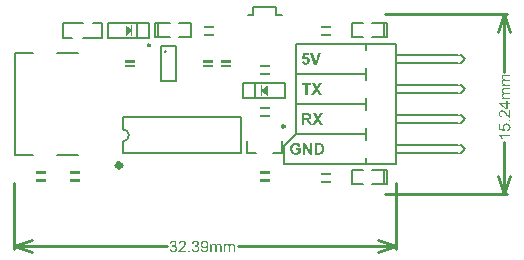
<source format=gto>
G04*
G04 #@! TF.GenerationSoftware,Altium Limited,Altium Designer,22.3.1 (43)*
G04*
G04 Layer_Color=65535*
%FSLAX25Y25*%
%MOIN*%
G70*
G04*
G04 #@! TF.SameCoordinates,053DD5C4-2321-4C6E-A5A1-E9A81C9A727C*
G04*
G04*
G04 #@! TF.FilePolarity,Positive*
G04*
G01*
G75*
%ADD10C,0.01968*%
%ADD11C,0.00800*%
%ADD12C,0.01000*%
%ADD13C,0.00984*%
%ADD14C,0.00787*%
%ADD15C,0.00700*%
%ADD16C,0.00100*%
%ADD17C,0.00600*%
%ADD18C,0.00394*%
%ADD19C,0.00500*%
%ADD20C,0.00598*%
G36*
X66501Y55575D02*
X63501D01*
Y56075D01*
X66501D01*
Y55575D01*
D02*
G37*
G36*
X105500Y55575D02*
X102500Y55575D01*
Y56075D01*
X105500D01*
Y55575D01*
D02*
G37*
G36*
X38850Y54500D02*
X37300Y52950D01*
Y56050D01*
X38850Y54500D01*
D02*
G37*
G36*
X66500Y53425D02*
Y52925D01*
X63500D01*
Y53425D01*
X66500Y53425D01*
D02*
G37*
G36*
X105499Y52925D02*
X102499D01*
Y53425D01*
X105499D01*
Y52925D01*
D02*
G37*
G36*
X72000Y43950D02*
X69000D01*
Y44450D01*
X72000D01*
Y43950D01*
D02*
G37*
G36*
X66000D02*
X63000D01*
Y44450D01*
X66000D01*
Y43950D01*
D02*
G37*
G36*
X40000D02*
X37000D01*
Y44450D01*
X40000D01*
Y43950D01*
D02*
G37*
G36*
X85000Y42575D02*
X82000Y42575D01*
Y43075D01*
X85000D01*
Y42575D01*
D02*
G37*
G36*
X72000Y42550D02*
X69000Y42550D01*
Y43050D01*
X72000D01*
Y42550D01*
D02*
G37*
G36*
X66000D02*
X63000Y42550D01*
Y43050D01*
X66000D01*
Y42550D01*
D02*
G37*
G36*
X40000D02*
X37000Y42550D01*
Y43050D01*
X40000D01*
Y42550D01*
D02*
G37*
G36*
X84999Y39925D02*
X81999D01*
Y40425D01*
X84999D01*
Y39925D01*
D02*
G37*
G36*
X84200Y32950D02*
X82650Y34500D01*
X84200Y36050D01*
Y32950D01*
D02*
G37*
G36*
X85000Y28575D02*
X82000Y28575D01*
Y29075D01*
X85000D01*
Y28575D01*
D02*
G37*
G36*
X84999Y25925D02*
X81999D01*
Y26425D01*
X84999D01*
Y25925D01*
D02*
G37*
G36*
X21718Y7075D02*
X18718D01*
Y7575D01*
X21718D01*
Y7075D01*
D02*
G37*
G36*
X10501D02*
X7501D01*
Y7575D01*
X10501D01*
Y7075D01*
D02*
G37*
G36*
X85000Y7075D02*
X82000Y7075D01*
Y7575D01*
X85000D01*
Y7075D01*
D02*
G37*
G36*
X105500Y6575D02*
X102500Y6575D01*
Y7075D01*
X105500D01*
Y6575D01*
D02*
G37*
G36*
X21717Y4925D02*
Y4425D01*
X18717D01*
Y4925D01*
X21717Y4925D01*
D02*
G37*
G36*
X10500D02*
Y4425D01*
X7500D01*
Y4925D01*
X10500Y4925D01*
D02*
G37*
G36*
X84999Y4425D02*
X81999D01*
Y4925D01*
X84999D01*
Y4425D01*
D02*
G37*
G36*
X105499Y3925D02*
X102499D01*
Y4425D01*
X105499D01*
Y3925D01*
D02*
G37*
G36*
X93972Y16971D02*
X94025D01*
X94085Y16967D01*
X94152Y16960D01*
X94231Y16949D01*
X94314Y16938D01*
X94400Y16923D01*
X94494Y16900D01*
X94587Y16878D01*
X94678Y16848D01*
X94771Y16814D01*
X94861Y16772D01*
X94944Y16724D01*
X95022Y16671D01*
X95026Y16668D01*
X95041Y16656D01*
X95060Y16641D01*
X95086Y16615D01*
X95120Y16585D01*
X95157Y16547D01*
X95199Y16506D01*
X95240Y16454D01*
X95285Y16398D01*
X95326Y16338D01*
X95371Y16270D01*
X95412Y16195D01*
X95454Y16116D01*
X95487Y16030D01*
X95517Y15940D01*
X95544Y15843D01*
X94771Y15700D01*
Y15704D01*
X94767Y15711D01*
X94764Y15726D01*
X94756Y15745D01*
X94745Y15771D01*
X94734Y15798D01*
X94704Y15861D01*
X94659Y15933D01*
X94606Y16007D01*
X94542Y16079D01*
X94464Y16146D01*
X94460Y16150D01*
X94453Y16154D01*
X94441Y16161D01*
X94423Y16172D01*
X94400Y16184D01*
X94374Y16199D01*
X94344Y16214D01*
X94310Y16229D01*
X94273Y16244D01*
X94227Y16259D01*
X94134Y16285D01*
X94025Y16304D01*
X93965Y16311D01*
X93883D01*
X93856Y16308D01*
X93822D01*
X93778Y16300D01*
X93729Y16293D01*
X93673Y16285D01*
X93612Y16270D01*
X93549Y16255D01*
X93485Y16232D01*
X93418Y16206D01*
X93350Y16176D01*
X93283Y16139D01*
X93215Y16094D01*
X93155Y16045D01*
X93095Y15989D01*
X93091Y15985D01*
X93084Y15974D01*
X93069Y15955D01*
X93050Y15929D01*
X93028Y15895D01*
X93001Y15854D01*
X92975Y15805D01*
X92949Y15749D01*
X92919Y15685D01*
X92892Y15614D01*
X92866Y15535D01*
X92844Y15449D01*
X92825Y15355D01*
X92810Y15254D01*
X92803Y15145D01*
X92799Y15029D01*
Y15021D01*
Y14999D01*
X92803Y14965D01*
Y14916D01*
X92810Y14860D01*
X92814Y14796D01*
X92825Y14721D01*
X92836Y14646D01*
X92851Y14564D01*
X92874Y14478D01*
X92896Y14395D01*
X92926Y14309D01*
X92960Y14226D01*
X93001Y14148D01*
X93050Y14073D01*
X93103Y14005D01*
X93106Y14001D01*
X93117Y13990D01*
X93133Y13975D01*
X93159Y13952D01*
X93189Y13926D01*
X93226Y13896D01*
X93268Y13866D01*
X93316Y13836D01*
X93369Y13803D01*
X93429Y13772D01*
X93496Y13743D01*
X93568Y13716D01*
X93642Y13694D01*
X93721Y13679D01*
X93808Y13668D01*
X93897Y13664D01*
X93939D01*
X93961Y13668D01*
X93988D01*
X94051Y13675D01*
X94122Y13686D01*
X94205Y13705D01*
X94295Y13727D01*
X94385Y13758D01*
X94389D01*
X94396Y13761D01*
X94407Y13769D01*
X94426Y13776D01*
X94449Y13784D01*
X94471Y13795D01*
X94531Y13821D01*
X94599Y13855D01*
X94670Y13896D01*
X94741Y13941D01*
X94809Y13990D01*
Y14478D01*
X93920D01*
Y15126D01*
X95592D01*
Y13592D01*
X95589Y13589D01*
X95581Y13581D01*
X95566Y13570D01*
X95547Y13551D01*
X95521Y13532D01*
X95491Y13510D01*
X95454Y13480D01*
X95412Y13454D01*
X95364Y13420D01*
X95311Y13386D01*
X95255Y13352D01*
X95191Y13319D01*
X95124Y13281D01*
X95049Y13248D01*
X94970Y13210D01*
X94884Y13176D01*
X94880D01*
X94861Y13169D01*
X94839Y13161D01*
X94805Y13150D01*
X94764Y13135D01*
X94711Y13120D01*
X94655Y13105D01*
X94595Y13090D01*
X94524Y13071D01*
X94453Y13056D01*
X94374Y13041D01*
X94295Y13026D01*
X94122Y13007D01*
X94036Y13004D01*
X93946Y13000D01*
X93886D01*
X93845Y13004D01*
X93792Y13007D01*
X93733Y13015D01*
X93665Y13023D01*
X93590Y13030D01*
X93511Y13045D01*
X93425Y13060D01*
X93339Y13082D01*
X93249Y13105D01*
X93159Y13135D01*
X93072Y13169D01*
X92983Y13206D01*
X92896Y13251D01*
X92892Y13255D01*
X92878Y13262D01*
X92855Y13277D01*
X92825Y13296D01*
X92787Y13322D01*
X92743Y13356D01*
X92698Y13394D01*
X92645Y13435D01*
X92593Y13484D01*
X92536Y13536D01*
X92480Y13596D01*
X92424Y13660D01*
X92371Y13731D01*
X92319Y13806D01*
X92270Y13885D01*
X92225Y13971D01*
X92221Y13975D01*
X92214Y13994D01*
X92203Y14020D01*
X92191Y14054D01*
X92172Y14099D01*
X92154Y14151D01*
X92135Y14211D01*
X92112Y14279D01*
X92090Y14350D01*
X92071Y14429D01*
X92053Y14515D01*
X92034Y14605D01*
X92023Y14699D01*
X92011Y14796D01*
X92004Y14897D01*
X92000Y14999D01*
Y15006D01*
Y15025D01*
Y15059D01*
X92004Y15100D01*
X92007Y15153D01*
X92015Y15213D01*
X92023Y15280D01*
X92030Y15359D01*
X92045Y15438D01*
X92060Y15524D01*
X92083Y15610D01*
X92105Y15700D01*
X92135Y15794D01*
X92169Y15884D01*
X92206Y15974D01*
X92251Y16064D01*
X92255Y16068D01*
X92263Y16086D01*
X92277Y16109D01*
X92300Y16142D01*
X92326Y16180D01*
X92356Y16225D01*
X92394Y16274D01*
X92439Y16330D01*
X92488Y16386D01*
X92540Y16446D01*
X92600Y16502D01*
X92668Y16563D01*
X92739Y16623D01*
X92817Y16679D01*
X92900Y16731D01*
X92986Y16780D01*
X92990Y16784D01*
X93005Y16788D01*
X93024Y16799D01*
X93054Y16810D01*
X93088Y16825D01*
X93133Y16840D01*
X93185Y16859D01*
X93241Y16878D01*
X93305Y16896D01*
X93372Y16915D01*
X93451Y16930D01*
X93530Y16945D01*
X93616Y16956D01*
X93710Y16967D01*
X93804Y16971D01*
X93905Y16975D01*
X93935D01*
X93972Y16971D01*
D02*
G37*
G36*
X99365Y13064D02*
X98585D01*
X97032Y15580D01*
Y13064D01*
X96312D01*
Y16907D01*
X97066D01*
X98645Y14335D01*
Y16907D01*
X99365D01*
Y13064D01*
D02*
G37*
G36*
X101720Y16904D02*
X101765D01*
X101818Y16900D01*
X101870D01*
X101990Y16889D01*
X102110Y16878D01*
X102226Y16859D01*
X102283Y16848D01*
X102331Y16833D01*
X102335D01*
X102346Y16829D01*
X102365Y16821D01*
X102387Y16814D01*
X102418Y16803D01*
X102451Y16788D01*
X102489Y16769D01*
X102534Y16750D01*
X102624Y16701D01*
X102721Y16641D01*
X102819Y16566D01*
X102912Y16476D01*
X102916Y16473D01*
X102924Y16465D01*
X102935Y16450D01*
X102954Y16431D01*
X102972Y16405D01*
X102995Y16379D01*
X103021Y16341D01*
X103048Y16304D01*
X103077Y16262D01*
X103108Y16214D01*
X103138Y16161D01*
X103167Y16109D01*
X103227Y15989D01*
X103280Y15854D01*
Y15850D01*
X103284Y15839D01*
X103291Y15816D01*
X103299Y15786D01*
X103310Y15753D01*
X103321Y15708D01*
X103332Y15659D01*
X103344Y15603D01*
X103355Y15539D01*
X103366Y15471D01*
X103377Y15396D01*
X103389Y15317D01*
X103396Y15231D01*
X103404Y15141D01*
X103408Y15044D01*
Y14946D01*
Y14942D01*
Y14924D01*
Y14901D01*
Y14867D01*
X103404Y14826D01*
X103400Y14777D01*
X103396Y14725D01*
X103393Y14669D01*
X103385Y14605D01*
X103377Y14537D01*
X103359Y14402D01*
X103329Y14264D01*
X103287Y14129D01*
Y14125D01*
X103280Y14110D01*
X103272Y14087D01*
X103261Y14058D01*
X103246Y14024D01*
X103227Y13983D01*
X103209Y13938D01*
X103182Y13885D01*
X103122Y13780D01*
X103055Y13664D01*
X102969Y13555D01*
X102924Y13499D01*
X102875Y13450D01*
X102871Y13446D01*
X102867Y13442D01*
X102852Y13431D01*
X102838Y13416D01*
X102819Y13401D01*
X102793Y13383D01*
X102762Y13360D01*
X102733Y13338D01*
X102695Y13315D01*
X102654Y13289D01*
X102609Y13262D01*
X102560Y13240D01*
X102451Y13187D01*
X102331Y13142D01*
X102328D01*
X102320Y13139D01*
X102305Y13135D01*
X102283Y13131D01*
X102260Y13124D01*
X102226Y13116D01*
X102189Y13109D01*
X102147Y13105D01*
X102102Y13097D01*
X102050Y13090D01*
X101994Y13082D01*
X101930Y13075D01*
X101866Y13071D01*
X101795Y13068D01*
X101720Y13064D01*
X100182D01*
Y16907D01*
X101679D01*
X101720Y16904D01*
D02*
G37*
G36*
X101730Y25003D02*
X103054Y23000D01*
X102120D01*
X101269Y24301D01*
X100414Y23000D01*
X99484D01*
X100811Y24999D01*
X99607Y26844D01*
X100515D01*
X101272Y25696D01*
X102034Y26844D01*
X102937D01*
X101730Y25003D01*
D02*
G37*
G36*
X97781Y26840D02*
X97841D01*
X97905Y26836D01*
X97973Y26833D01*
X98119Y26818D01*
X98269Y26799D01*
X98340Y26787D01*
X98408Y26772D01*
X98467Y26757D01*
X98524Y26739D01*
X98527D01*
X98535Y26735D01*
X98550Y26728D01*
X98569Y26720D01*
X98595Y26705D01*
X98621Y26690D01*
X98685Y26653D01*
X98756Y26604D01*
X98831Y26536D01*
X98906Y26461D01*
X98940Y26416D01*
X98974Y26368D01*
X98978Y26364D01*
X98981Y26356D01*
X98989Y26341D01*
X99000Y26322D01*
X99011Y26296D01*
X99026Y26266D01*
X99041Y26232D01*
X99060Y26195D01*
X99075Y26150D01*
X99090Y26105D01*
X99116Y26004D01*
X99135Y25888D01*
X99142Y25828D01*
Y25764D01*
Y25760D01*
Y25745D01*
Y25723D01*
X99139Y25692D01*
X99135Y25655D01*
X99128Y25614D01*
X99120Y25565D01*
X99112Y25512D01*
X99079Y25400D01*
X99060Y25340D01*
X99034Y25280D01*
X99007Y25220D01*
X98970Y25164D01*
X98932Y25107D01*
X98887Y25051D01*
X98884Y25047D01*
X98876Y25040D01*
X98861Y25025D01*
X98839Y25006D01*
X98813Y24984D01*
X98779Y24958D01*
X98741Y24931D01*
X98696Y24901D01*
X98647Y24871D01*
X98591Y24841D01*
X98527Y24811D01*
X98460Y24781D01*
X98385Y24755D01*
X98306Y24733D01*
X98220Y24710D01*
X98126Y24695D01*
X98130D01*
X98137Y24688D01*
X98149Y24680D01*
X98168Y24669D01*
X98190Y24657D01*
X98212Y24639D01*
X98273Y24601D01*
X98336Y24553D01*
X98408Y24496D01*
X98475Y24436D01*
X98539Y24373D01*
X98542Y24369D01*
X98546Y24365D01*
X98558Y24354D01*
X98569Y24339D01*
X98584Y24316D01*
X98606Y24294D01*
X98629Y24264D01*
X98655Y24230D01*
X98685Y24189D01*
X98719Y24144D01*
X98756Y24091D01*
X98794Y24035D01*
X98839Y23975D01*
X98884Y23904D01*
X98932Y23832D01*
X98981Y23750D01*
X99454Y23000D01*
X98524D01*
X97965Y23836D01*
X97961Y23840D01*
X97954Y23855D01*
X97935Y23877D01*
X97916Y23908D01*
X97894Y23945D01*
X97864Y23982D01*
X97800Y24072D01*
X97733Y24170D01*
X97665Y24264D01*
X97635Y24305D01*
X97605Y24342D01*
X97579Y24373D01*
X97556Y24399D01*
X97553Y24403D01*
X97537Y24418D01*
X97515Y24436D01*
X97485Y24463D01*
X97451Y24489D01*
X97414Y24515D01*
X97369Y24541D01*
X97324Y24560D01*
X97316Y24564D01*
X97301Y24567D01*
X97271Y24575D01*
X97230Y24582D01*
X97174Y24590D01*
X97106Y24598D01*
X97024Y24605D01*
X96776D01*
Y23000D01*
X96000D01*
Y26844D01*
X97733D01*
X97781Y26840D01*
D02*
G37*
G36*
X101408Y35002D02*
X102731Y33000D01*
X101797D01*
X100946Y34301D01*
X100091Y33000D01*
X99161D01*
X100489Y34999D01*
X99285Y36844D01*
X100192D01*
X100950Y35696D01*
X101711Y36844D01*
X102615D01*
X101408Y35002D01*
D02*
G37*
G36*
X99053Y36195D02*
X97916D01*
Y33000D01*
X97140D01*
Y36195D01*
X96000D01*
Y36844D01*
X99053D01*
Y36195D01*
D02*
G37*
G36*
X100950Y43064D02*
X100114D01*
X98745Y46907D01*
X99585D01*
X100556Y44061D01*
X101501Y46907D01*
X102326D01*
X100950Y43064D01*
D02*
G37*
G36*
X98415Y46169D02*
X97024D01*
X96911Y45513D01*
X96915D01*
X96922Y45516D01*
X96934Y45524D01*
X96952Y45531D01*
X96975Y45542D01*
X97001Y45554D01*
X97065Y45576D01*
X97140Y45599D01*
X97226Y45621D01*
X97316Y45636D01*
X97414Y45640D01*
X97436D01*
X97462Y45636D01*
X97496D01*
X97537Y45629D01*
X97586Y45621D01*
X97642Y45610D01*
X97699Y45595D01*
X97763Y45576D01*
X97830Y45554D01*
X97897Y45524D01*
X97969Y45490D01*
X98040Y45449D01*
X98107Y45400D01*
X98179Y45344D01*
X98242Y45280D01*
X98246Y45276D01*
X98257Y45265D01*
X98273Y45243D01*
X98295Y45216D01*
X98321Y45179D01*
X98351Y45138D01*
X98381Y45089D01*
X98415Y45033D01*
X98445Y44969D01*
X98475Y44897D01*
X98505Y44822D01*
X98531Y44740D01*
X98554Y44650D01*
X98569Y44556D01*
X98580Y44459D01*
X98584Y44354D01*
Y44350D01*
Y44331D01*
Y44309D01*
X98580Y44275D01*
X98576Y44234D01*
X98569Y44185D01*
X98561Y44129D01*
X98550Y44072D01*
X98535Y44005D01*
X98516Y43938D01*
X98494Y43870D01*
X98467Y43799D01*
X98434Y43724D01*
X98396Y43649D01*
X98355Y43578D01*
X98306Y43506D01*
X98303Y43503D01*
X98287Y43484D01*
X98269Y43461D01*
X98239Y43428D01*
X98198Y43390D01*
X98153Y43345D01*
X98100Y43300D01*
X98036Y43255D01*
X97965Y43206D01*
X97886Y43161D01*
X97804Y43116D01*
X97710Y43079D01*
X97609Y43045D01*
X97504Y43023D01*
X97387Y43007D01*
X97268Y43000D01*
X97245D01*
X97215Y43004D01*
X97177D01*
X97132Y43007D01*
X97080Y43015D01*
X97024Y43023D01*
X96960Y43038D01*
X96892Y43053D01*
X96821Y43071D01*
X96750Y43094D01*
X96675Y43120D01*
X96604Y43154D01*
X96532Y43191D01*
X96461Y43236D01*
X96398Y43285D01*
X96394Y43289D01*
X96382Y43300D01*
X96368Y43315D01*
X96345Y43338D01*
X96319Y43367D01*
X96289Y43401D01*
X96255Y43442D01*
X96221Y43488D01*
X96188Y43540D01*
X96154Y43596D01*
X96120Y43660D01*
X96090Y43727D01*
X96060Y43802D01*
X96034Y43881D01*
X96015Y43964D01*
X96000Y44050D01*
X96735Y44129D01*
Y44125D01*
Y44118D01*
X96739Y44106D01*
X96742Y44087D01*
X96746Y44065D01*
X96754Y44043D01*
X96769Y43986D01*
X96795Y43922D01*
X96825Y43855D01*
X96866Y43791D01*
X96919Y43731D01*
X96926Y43724D01*
X96945Y43709D01*
X96979Y43686D01*
X97020Y43660D01*
X97072Y43634D01*
X97132Y43611D01*
X97200Y43596D01*
X97275Y43589D01*
X97298D01*
X97312Y43593D01*
X97357Y43600D01*
X97410Y43611D01*
X97470Y43634D01*
X97537Y43668D01*
X97567Y43690D01*
X97601Y43716D01*
X97635Y43742D01*
X97665Y43776D01*
X97669Y43780D01*
X97672Y43784D01*
X97680Y43795D01*
X97691Y43810D01*
X97702Y43832D01*
X97717Y43855D01*
X97733Y43885D01*
X97747Y43919D01*
X97763Y43953D01*
X97774Y43997D01*
X97789Y44043D01*
X97800Y44091D01*
X97811Y44148D01*
X97819Y44208D01*
X97826Y44271D01*
Y44339D01*
Y44342D01*
Y44354D01*
Y44372D01*
X97822Y44399D01*
Y44425D01*
X97819Y44462D01*
X97808Y44537D01*
X97789Y44624D01*
X97759Y44714D01*
X97717Y44796D01*
X97695Y44837D01*
X97665Y44871D01*
Y44875D01*
X97658Y44879D01*
X97635Y44901D01*
X97601Y44927D01*
X97556Y44961D01*
X97496Y44995D01*
X97425Y45025D01*
X97342Y45044D01*
X97298Y45048D01*
X97253Y45051D01*
X97223D01*
X97200Y45048D01*
X97174Y45044D01*
X97140Y45036D01*
X97102Y45029D01*
X97065Y45017D01*
X97020Y45002D01*
X96975Y44984D01*
X96930Y44961D01*
X96881Y44931D01*
X96833Y44901D01*
X96784Y44864D01*
X96735Y44819D01*
X96686Y44770D01*
X96090Y44856D01*
X96469Y46859D01*
X98415D01*
Y46169D01*
D02*
G37*
G36*
X165461Y39252D02*
X163706D01*
X163702D01*
X163695D01*
X163680D01*
X163661D01*
X163639D01*
X163609Y39249D01*
X163549Y39245D01*
X163485Y39241D01*
X163417Y39234D01*
X163354Y39219D01*
X163301Y39204D01*
X163294Y39200D01*
X163279Y39196D01*
X163256Y39185D01*
X163226Y39166D01*
X163196Y39144D01*
X163163Y39114D01*
X163129Y39080D01*
X163099Y39039D01*
X163095Y39035D01*
X163087Y39016D01*
X163073Y38994D01*
X163057Y38960D01*
X163046Y38919D01*
X163031Y38870D01*
X163024Y38818D01*
X163020Y38758D01*
Y38728D01*
X163024Y38709D01*
X163028Y38682D01*
X163031Y38653D01*
X163046Y38585D01*
X163069Y38506D01*
X163102Y38424D01*
X163125Y38383D01*
X163151Y38345D01*
X163185Y38304D01*
X163219Y38266D01*
X163223Y38263D01*
X163226Y38259D01*
X163241Y38247D01*
X163256Y38236D01*
X163279Y38221D01*
X163301Y38206D01*
X163335Y38188D01*
X163369Y38173D01*
X163410Y38154D01*
X163459Y38135D01*
X163507Y38120D01*
X163564Y38105D01*
X163628Y38094D01*
X163695Y38083D01*
X163766Y38079D01*
X163845Y38075D01*
X165461D01*
Y37602D01*
X163650D01*
X163646D01*
X163635D01*
X163620D01*
X163598D01*
X163571Y37599D01*
X163541Y37595D01*
X163474Y37587D01*
X163395Y37573D01*
X163316Y37554D01*
X163241Y37524D01*
X163178Y37486D01*
X163170Y37483D01*
X163151Y37464D01*
X163129Y37437D01*
X163099Y37396D01*
X163069Y37344D01*
X163046Y37280D01*
X163028Y37201D01*
X163020Y37111D01*
Y37078D01*
X163024Y37040D01*
X163031Y36991D01*
X163046Y36935D01*
X163065Y36871D01*
X163091Y36804D01*
X163125Y36740D01*
X163129Y36733D01*
X163144Y36714D01*
X163170Y36684D01*
X163204Y36646D01*
X163245Y36605D01*
X163297Y36568D01*
X163361Y36530D01*
X163433Y36496D01*
X163436D01*
X163440Y36492D01*
X163455Y36489D01*
X163470Y36485D01*
X163493Y36478D01*
X163515Y36474D01*
X163545Y36466D01*
X163583Y36459D01*
X163620Y36451D01*
X163665Y36444D01*
X163714Y36440D01*
X163766Y36432D01*
X163822Y36429D01*
X163883Y36425D01*
X163946Y36421D01*
X164017D01*
X165461D01*
Y35949D01*
X162675D01*
Y36373D01*
X163061D01*
X163057Y36380D01*
X163046Y36388D01*
X163031Y36395D01*
X162994Y36425D01*
X162949Y36466D01*
X162896Y36515D01*
X162840Y36575D01*
X162787Y36643D01*
X162739Y36721D01*
Y36725D01*
X162735Y36733D01*
X162727Y36744D01*
X162720Y36759D01*
X162709Y36781D01*
X162698Y36804D01*
X162675Y36864D01*
X162653Y36939D01*
X162630Y37021D01*
X162615Y37115D01*
X162611Y37216D01*
Y37246D01*
X162615Y37269D01*
Y37295D01*
X162619Y37325D01*
X162626Y37396D01*
X162645Y37475D01*
X162668Y37561D01*
X162698Y37644D01*
X162742Y37723D01*
Y37726D01*
X162750Y37730D01*
X162765Y37756D01*
X162795Y37790D01*
X162836Y37831D01*
X162885Y37876D01*
X162945Y37925D01*
X163016Y37966D01*
X163099Y38000D01*
X163095Y38004D01*
X163076Y38015D01*
X163054Y38034D01*
X163024Y38060D01*
X162986Y38094D01*
X162945Y38135D01*
X162900Y38180D01*
X162855Y38232D01*
X162810Y38293D01*
X162765Y38356D01*
X162724Y38427D01*
X162686Y38506D01*
X162656Y38585D01*
X162634Y38675D01*
X162615Y38765D01*
X162611Y38862D01*
Y38904D01*
X162615Y38930D01*
X162619Y38967D01*
X162622Y39005D01*
X162630Y39050D01*
X162641Y39099D01*
X162668Y39200D01*
X162686Y39252D01*
X162709Y39309D01*
X162735Y39358D01*
X162769Y39410D01*
X162803Y39455D01*
X162844Y39500D01*
X162847Y39504D01*
X162855Y39511D01*
X162866Y39522D01*
X162885Y39534D01*
X162911Y39553D01*
X162941Y39571D01*
X162975Y39590D01*
X163016Y39612D01*
X163065Y39635D01*
X163118Y39654D01*
X163174Y39672D01*
X163238Y39691D01*
X163305Y39702D01*
X163380Y39714D01*
X163462Y39721D01*
X163549Y39725D01*
X165461D01*
Y39252D01*
D02*
G37*
G36*
Y34779D02*
X163706D01*
X163702D01*
X163695D01*
X163680D01*
X163661D01*
X163639D01*
X163609Y34775D01*
X163549Y34771D01*
X163485Y34767D01*
X163417Y34760D01*
X163354Y34745D01*
X163301Y34730D01*
X163294Y34726D01*
X163279Y34723D01*
X163256Y34711D01*
X163226Y34692D01*
X163196Y34670D01*
X163163Y34640D01*
X163129Y34606D01*
X163099Y34565D01*
X163095Y34561D01*
X163087Y34543D01*
X163073Y34520D01*
X163057Y34486D01*
X163046Y34445D01*
X163031Y34396D01*
X163024Y34344D01*
X163020Y34284D01*
Y34254D01*
X163024Y34235D01*
X163028Y34209D01*
X163031Y34179D01*
X163046Y34111D01*
X163069Y34032D01*
X163102Y33950D01*
X163125Y33909D01*
X163151Y33871D01*
X163185Y33830D01*
X163219Y33792D01*
X163223Y33789D01*
X163226Y33785D01*
X163241Y33774D01*
X163256Y33762D01*
X163279Y33748D01*
X163301Y33733D01*
X163335Y33714D01*
X163369Y33699D01*
X163410Y33680D01*
X163459Y33661D01*
X163507Y33646D01*
X163564Y33631D01*
X163628Y33620D01*
X163695Y33609D01*
X163766Y33605D01*
X163845Y33601D01*
X165461D01*
Y33129D01*
X163650D01*
X163646D01*
X163635D01*
X163620D01*
X163598D01*
X163571Y33125D01*
X163541Y33121D01*
X163474Y33114D01*
X163395Y33099D01*
X163316Y33080D01*
X163241Y33050D01*
X163178Y33013D01*
X163170Y33009D01*
X163151Y32990D01*
X163129Y32964D01*
X163099Y32923D01*
X163069Y32870D01*
X163046Y32806D01*
X163028Y32728D01*
X163020Y32638D01*
Y32604D01*
X163024Y32566D01*
X163031Y32517D01*
X163046Y32461D01*
X163065Y32397D01*
X163091Y32330D01*
X163125Y32266D01*
X163129Y32259D01*
X163144Y32240D01*
X163170Y32210D01*
X163204Y32173D01*
X163245Y32131D01*
X163297Y32094D01*
X163361Y32056D01*
X163433Y32023D01*
X163436D01*
X163440Y32019D01*
X163455Y32015D01*
X163470Y32011D01*
X163493Y32004D01*
X163515Y32000D01*
X163545Y31993D01*
X163583Y31985D01*
X163620Y31977D01*
X163665Y31970D01*
X163714Y31966D01*
X163766Y31959D01*
X163822Y31955D01*
X163883Y31951D01*
X163946Y31947D01*
X164017D01*
X165461D01*
Y31475D01*
X162675D01*
Y31899D01*
X163061D01*
X163057Y31906D01*
X163046Y31914D01*
X163031Y31921D01*
X162994Y31951D01*
X162949Y31993D01*
X162896Y32041D01*
X162840Y32101D01*
X162787Y32169D01*
X162739Y32247D01*
Y32251D01*
X162735Y32259D01*
X162727Y32270D01*
X162720Y32285D01*
X162709Y32307D01*
X162698Y32330D01*
X162675Y32390D01*
X162653Y32465D01*
X162630Y32548D01*
X162615Y32641D01*
X162611Y32743D01*
Y32772D01*
X162615Y32795D01*
Y32821D01*
X162619Y32851D01*
X162626Y32923D01*
X162645Y33001D01*
X162668Y33088D01*
X162698Y33170D01*
X162742Y33249D01*
Y33253D01*
X162750Y33256D01*
X162765Y33283D01*
X162795Y33316D01*
X162836Y33358D01*
X162885Y33402D01*
X162945Y33451D01*
X163016Y33492D01*
X163099Y33526D01*
X163095Y33530D01*
X163076Y33541D01*
X163054Y33560D01*
X163024Y33586D01*
X162986Y33620D01*
X162945Y33661D01*
X162900Y33706D01*
X162855Y33759D01*
X162810Y33819D01*
X162765Y33882D01*
X162724Y33954D01*
X162686Y34032D01*
X162656Y34111D01*
X162634Y34201D01*
X162615Y34291D01*
X162611Y34389D01*
Y34430D01*
X162615Y34456D01*
X162619Y34494D01*
X162622Y34531D01*
X162630Y34576D01*
X162641Y34625D01*
X162668Y34726D01*
X162686Y34779D01*
X162709Y34835D01*
X162735Y34884D01*
X162769Y34936D01*
X162803Y34981D01*
X162844Y35026D01*
X162847Y35030D01*
X162855Y35037D01*
X162866Y35049D01*
X162885Y35060D01*
X162911Y35079D01*
X162941Y35098D01*
X162975Y35116D01*
X163016Y35139D01*
X163065Y35161D01*
X163118Y35180D01*
X163174Y35199D01*
X163238Y35217D01*
X163305Y35229D01*
X163380Y35240D01*
X163462Y35247D01*
X163549Y35251D01*
X165461D01*
Y34779D01*
D02*
G37*
G36*
X164542Y30346D02*
X165461D01*
Y29874D01*
X164542D01*
Y28205D01*
X164111D01*
X161618Y29960D01*
Y30346D01*
X164111D01*
Y30864D01*
X164542D01*
Y30346D01*
D02*
G37*
G36*
X165461Y25314D02*
X165457D01*
X165454D01*
X165431D01*
X165401D01*
X165356Y25317D01*
X165307Y25325D01*
X165251Y25332D01*
X165195Y25348D01*
X165135Y25366D01*
X165131D01*
X165124Y25370D01*
X165109Y25378D01*
X165090Y25385D01*
X165068Y25396D01*
X165041Y25407D01*
X164974Y25441D01*
X164895Y25486D01*
X164809Y25539D01*
X164719Y25602D01*
X164625Y25677D01*
X164621Y25681D01*
X164614Y25689D01*
X164599Y25700D01*
X164580Y25719D01*
X164558Y25741D01*
X164527Y25767D01*
X164494Y25798D01*
X164456Y25835D01*
X164419Y25876D01*
X164374Y25921D01*
X164325Y25974D01*
X164272Y26026D01*
X164220Y26086D01*
X164164Y26150D01*
X164104Y26221D01*
X164044Y26292D01*
X164036Y26300D01*
X164021Y26319D01*
X163995Y26353D01*
X163958Y26394D01*
X163916Y26446D01*
X163864Y26502D01*
X163807Y26566D01*
X163748Y26634D01*
X163616Y26776D01*
X163481Y26915D01*
X163414Y26979D01*
X163346Y27039D01*
X163286Y27095D01*
X163226Y27140D01*
X163223Y27144D01*
X163211Y27151D01*
X163196Y27163D01*
X163174Y27174D01*
X163147Y27193D01*
X163118Y27211D01*
X163080Y27230D01*
X163042Y27253D01*
X162956Y27294D01*
X162863Y27331D01*
X162810Y27343D01*
X162761Y27354D01*
X162709Y27361D01*
X162660Y27365D01*
X162656D01*
X162649D01*
X162634D01*
X162611Y27361D01*
X162589Y27358D01*
X162563Y27354D01*
X162495Y27339D01*
X162420Y27316D01*
X162341Y27279D01*
X162304Y27256D01*
X162262Y27230D01*
X162225Y27200D01*
X162188Y27163D01*
X162184Y27159D01*
X162180Y27155D01*
X162169Y27140D01*
X162157Y27125D01*
X162143Y27106D01*
X162127Y27080D01*
X162109Y27054D01*
X162090Y27020D01*
X162071Y26986D01*
X162053Y26945D01*
X162022Y26855D01*
X162000Y26754D01*
X161996Y26697D01*
X161993Y26638D01*
Y26604D01*
X161996Y26581D01*
X162000Y26551D01*
X162004Y26518D01*
X162011Y26480D01*
X162019Y26443D01*
X162041Y26353D01*
X162079Y26263D01*
X162101Y26217D01*
X162131Y26173D01*
X162161Y26131D01*
X162199Y26090D01*
X162203Y26086D01*
X162206Y26083D01*
X162221Y26071D01*
X162236Y26060D01*
X162255Y26045D01*
X162281Y26026D01*
X162311Y26008D01*
X162345Y25989D01*
X162382Y25970D01*
X162424Y25951D01*
X162472Y25936D01*
X162521Y25918D01*
X162574Y25906D01*
X162634Y25895D01*
X162694Y25891D01*
X162761Y25888D01*
X162713Y25404D01*
X162705D01*
X162690Y25407D01*
X162660Y25411D01*
X162622Y25415D01*
X162577Y25426D01*
X162525Y25438D01*
X162469Y25453D01*
X162405Y25468D01*
X162341Y25490D01*
X162274Y25516D01*
X162206Y25546D01*
X162135Y25580D01*
X162067Y25621D01*
X162004Y25666D01*
X161944Y25719D01*
X161888Y25775D01*
X161884Y25779D01*
X161876Y25790D01*
X161861Y25809D01*
X161843Y25835D01*
X161820Y25869D01*
X161797Y25906D01*
X161771Y25955D01*
X161745Y26008D01*
X161719Y26068D01*
X161693Y26131D01*
X161670Y26202D01*
X161647Y26281D01*
X161629Y26364D01*
X161614Y26454D01*
X161606Y26548D01*
X161602Y26649D01*
Y26675D01*
X161606Y26701D01*
Y26743D01*
X161610Y26787D01*
X161618Y26840D01*
X161629Y26900D01*
X161640Y26967D01*
X161659Y27035D01*
X161678Y27106D01*
X161704Y27181D01*
X161734Y27253D01*
X161767Y27327D01*
X161809Y27395D01*
X161857Y27463D01*
X161910Y27526D01*
X161914Y27530D01*
X161925Y27541D01*
X161940Y27556D01*
X161966Y27575D01*
X161996Y27601D01*
X162030Y27628D01*
X162071Y27657D01*
X162120Y27687D01*
X162172Y27718D01*
X162232Y27747D01*
X162293Y27774D01*
X162360Y27800D01*
X162431Y27819D01*
X162510Y27834D01*
X162589Y27845D01*
X162671Y27849D01*
X162675D01*
X162682D01*
X162694D01*
X162709D01*
X162731Y27845D01*
X162754D01*
X162814Y27837D01*
X162881Y27826D01*
X162960Y27808D01*
X163042Y27785D01*
X163125Y27751D01*
X163129D01*
X163136Y27747D01*
X163147Y27740D01*
X163163Y27733D01*
X163185Y27721D01*
X163207Y27710D01*
X163268Y27676D01*
X163335Y27635D01*
X163417Y27579D01*
X163504Y27515D01*
X163594Y27436D01*
X163598Y27433D01*
X163605Y27425D01*
X163620Y27414D01*
X163639Y27395D01*
X163665Y27369D01*
X163695Y27343D01*
X163729Y27305D01*
X163770Y27264D01*
X163815Y27219D01*
X163867Y27163D01*
X163924Y27106D01*
X163984Y27039D01*
X164048Y26967D01*
X164119Y26889D01*
X164190Y26803D01*
X164269Y26713D01*
X164272Y26709D01*
X164284Y26694D01*
X164303Y26671D01*
X164325Y26645D01*
X164355Y26611D01*
X164389Y26574D01*
X164464Y26484D01*
X164542Y26394D01*
X164621Y26304D01*
X164659Y26263D01*
X164696Y26225D01*
X164726Y26191D01*
X164752Y26165D01*
X164756Y26161D01*
X164775Y26146D01*
X164801Y26124D01*
X164831Y26094D01*
X164873Y26064D01*
X164914Y26030D01*
X164959Y25996D01*
X165007Y25966D01*
Y27852D01*
X165461D01*
Y25314D01*
D02*
G37*
G36*
Y24148D02*
X164925D01*
Y24684D01*
X165461D01*
Y24148D01*
D02*
G37*
G36*
X164209Y23442D02*
X164246D01*
X164291Y23439D01*
X164344Y23431D01*
X164404Y23420D01*
X164468Y23409D01*
X164535Y23390D01*
X164610Y23371D01*
X164685Y23345D01*
X164760Y23315D01*
X164835Y23281D01*
X164914Y23240D01*
X164989Y23191D01*
X165060Y23139D01*
X165064Y23135D01*
X165079Y23120D01*
X165101Y23101D01*
X165131Y23071D01*
X165169Y23034D01*
X165206Y22989D01*
X165247Y22936D01*
X165293Y22876D01*
X165338Y22805D01*
X165379Y22730D01*
X165416Y22648D01*
X165454Y22558D01*
X165484Y22460D01*
X165506Y22359D01*
X165521Y22246D01*
X165525Y22130D01*
Y22107D01*
X165521Y22081D01*
Y22044D01*
X165517Y21999D01*
X165510Y21946D01*
X165499Y21890D01*
X165488Y21826D01*
X165472Y21759D01*
X165454Y21691D01*
X165431Y21620D01*
X165401Y21545D01*
X165367Y21474D01*
X165330Y21403D01*
X165285Y21335D01*
X165233Y21271D01*
X165229Y21268D01*
X165217Y21256D01*
X165202Y21241D01*
X165180Y21219D01*
X165150Y21192D01*
X165112Y21166D01*
X165071Y21133D01*
X165026Y21102D01*
X164974Y21069D01*
X164914Y21035D01*
X164850Y21005D01*
X164779Y20975D01*
X164704Y20949D01*
X164625Y20926D01*
X164542Y20908D01*
X164453Y20896D01*
X164411Y21391D01*
X164415D01*
X164426Y21395D01*
X164445Y21399D01*
X164471Y21403D01*
X164501Y21410D01*
X164535Y21418D01*
X164618Y21444D01*
X164704Y21477D01*
X164794Y21519D01*
X164884Y21575D01*
X164921Y21609D01*
X164959Y21643D01*
X164962Y21646D01*
X164966Y21654D01*
X164974Y21665D01*
X164985Y21680D01*
X165000Y21699D01*
X165015Y21721D01*
X165049Y21781D01*
X165083Y21853D01*
X165109Y21935D01*
X165131Y22029D01*
X165135Y22077D01*
X165139Y22130D01*
Y22164D01*
X165135Y22186D01*
X165131Y22216D01*
X165124Y22250D01*
X165116Y22287D01*
X165105Y22329D01*
X165075Y22422D01*
X165056Y22467D01*
X165030Y22516D01*
X165000Y22565D01*
X164966Y22614D01*
X164929Y22662D01*
X164884Y22707D01*
X164880Y22711D01*
X164873Y22719D01*
X164857Y22730D01*
X164835Y22745D01*
X164813Y22764D01*
X164779Y22783D01*
X164741Y22805D01*
X164700Y22828D01*
X164655Y22846D01*
X164602Y22869D01*
X164546Y22887D01*
X164486Y22906D01*
X164423Y22921D01*
X164351Y22932D01*
X164280Y22940D01*
X164201Y22944D01*
X164198D01*
X164182D01*
X164164D01*
X164134Y22940D01*
X164100Y22936D01*
X164062Y22932D01*
X164017Y22925D01*
X163969Y22914D01*
X163867Y22887D01*
X163815Y22869D01*
X163762Y22846D01*
X163710Y22820D01*
X163657Y22790D01*
X163609Y22756D01*
X163564Y22715D01*
X163560Y22711D01*
X163552Y22704D01*
X163541Y22693D01*
X163526Y22674D01*
X163507Y22651D01*
X163489Y22625D01*
X163466Y22591D01*
X163444Y22558D01*
X163425Y22516D01*
X163402Y22471D01*
X163384Y22422D01*
X163365Y22370D01*
X163350Y22310D01*
X163339Y22250D01*
X163331Y22186D01*
X163328Y22119D01*
Y22081D01*
X163331Y22059D01*
Y22036D01*
X163339Y21980D01*
X163354Y21916D01*
X163373Y21849D01*
X163399Y21778D01*
X163433Y21706D01*
Y21702D01*
X163436Y21699D01*
X163451Y21676D01*
X163474Y21643D01*
X163504Y21605D01*
X163545Y21556D01*
X163590Y21511D01*
X163643Y21463D01*
X163699Y21421D01*
X163643Y20979D01*
X161666Y21350D01*
Y23266D01*
X162116D01*
Y21725D01*
X163155Y21519D01*
X163151Y21522D01*
X163144Y21534D01*
X163133Y21553D01*
X163118Y21579D01*
X163099Y21609D01*
X163076Y21650D01*
X163057Y21691D01*
X163031Y21740D01*
X163009Y21792D01*
X162990Y21849D01*
X162949Y21972D01*
X162934Y22036D01*
X162923Y22104D01*
X162915Y22175D01*
X162911Y22246D01*
Y22269D01*
X162915Y22295D01*
Y22332D01*
X162923Y22374D01*
X162930Y22426D01*
X162941Y22482D01*
X162956Y22543D01*
X162975Y22606D01*
X162997Y22678D01*
X163024Y22749D01*
X163057Y22820D01*
X163099Y22891D01*
X163144Y22963D01*
X163200Y23030D01*
X163260Y23098D01*
X163264Y23101D01*
X163275Y23112D01*
X163297Y23131D01*
X163324Y23154D01*
X163357Y23180D01*
X163399Y23206D01*
X163447Y23240D01*
X163504Y23274D01*
X163564Y23304D01*
X163631Y23337D01*
X163706Y23364D01*
X163785Y23394D01*
X163871Y23413D01*
X163961Y23431D01*
X164059Y23442D01*
X164160Y23446D01*
X164167D01*
X164182D01*
X164209Y23442D01*
D02*
G37*
G36*
X165461Y19216D02*
X162458D01*
Y19212D01*
X162465Y19209D01*
X162472Y19197D01*
X162484Y19186D01*
X162517Y19149D01*
X162559Y19096D01*
X162608Y19033D01*
X162664Y18954D01*
X162724Y18864D01*
X162784Y18766D01*
Y18763D01*
X162791Y18755D01*
X162799Y18740D01*
X162810Y18721D01*
X162825Y18695D01*
X162840Y18669D01*
X162874Y18601D01*
X162911Y18526D01*
X162952Y18444D01*
X162990Y18358D01*
X163024Y18275D01*
X162570D01*
X162566Y18279D01*
X162563Y18294D01*
X162551Y18313D01*
X162536Y18342D01*
X162517Y18376D01*
X162495Y18414D01*
X162472Y18459D01*
X162443Y18507D01*
X162379Y18616D01*
X162300Y18733D01*
X162214Y18849D01*
X162120Y18965D01*
X162116Y18969D01*
X162109Y18976D01*
X162094Y18995D01*
X162075Y19014D01*
X162049Y19036D01*
X162022Y19066D01*
X161989Y19096D01*
X161955Y19130D01*
X161876Y19197D01*
X161790Y19265D01*
X161696Y19329D01*
X161651Y19359D01*
X161602Y19381D01*
Y19689D01*
X165461D01*
Y19216D01*
D02*
G37*
G36*
X72860Y-16615D02*
X72897Y-16619D01*
X72935Y-16623D01*
X72980Y-16630D01*
X73029Y-16641D01*
X73130Y-16668D01*
X73182Y-16686D01*
X73239Y-16709D01*
X73287Y-16735D01*
X73340Y-16769D01*
X73385Y-16803D01*
X73430Y-16844D01*
X73434Y-16848D01*
X73441Y-16855D01*
X73453Y-16866D01*
X73464Y-16885D01*
X73483Y-16911D01*
X73501Y-16941D01*
X73520Y-16975D01*
X73542Y-17016D01*
X73565Y-17065D01*
X73584Y-17118D01*
X73602Y-17174D01*
X73621Y-17237D01*
X73633Y-17305D01*
X73644Y-17380D01*
X73651Y-17462D01*
X73655Y-17549D01*
Y-19461D01*
X73182D01*
Y-17706D01*
Y-17703D01*
Y-17695D01*
Y-17680D01*
Y-17661D01*
Y-17639D01*
X73179Y-17609D01*
X73175Y-17549D01*
X73171Y-17485D01*
X73164Y-17417D01*
X73149Y-17354D01*
X73134Y-17301D01*
X73130Y-17294D01*
X73126Y-17279D01*
X73115Y-17256D01*
X73096Y-17226D01*
X73074Y-17196D01*
X73044Y-17163D01*
X73010Y-17129D01*
X72969Y-17099D01*
X72965Y-17095D01*
X72946Y-17087D01*
X72924Y-17073D01*
X72890Y-17057D01*
X72849Y-17046D01*
X72800Y-17031D01*
X72747Y-17024D01*
X72688Y-17020D01*
X72658D01*
X72639Y-17024D01*
X72613Y-17028D01*
X72583Y-17031D01*
X72515Y-17046D01*
X72436Y-17069D01*
X72354Y-17102D01*
X72312Y-17125D01*
X72275Y-17151D01*
X72234Y-17185D01*
X72196Y-17219D01*
X72193Y-17222D01*
X72189Y-17226D01*
X72177Y-17241D01*
X72166Y-17256D01*
X72151Y-17279D01*
X72136Y-17301D01*
X72118Y-17335D01*
X72102Y-17369D01*
X72084Y-17410D01*
X72065Y-17459D01*
X72050Y-17507D01*
X72035Y-17564D01*
X72024Y-17627D01*
X72013Y-17695D01*
X72009Y-17766D01*
X72005Y-17845D01*
Y-19461D01*
X71532D01*
Y-17650D01*
Y-17646D01*
Y-17635D01*
Y-17620D01*
Y-17597D01*
X71529Y-17571D01*
X71525Y-17541D01*
X71517Y-17474D01*
X71503Y-17395D01*
X71484Y-17316D01*
X71454Y-17241D01*
X71416Y-17177D01*
X71412Y-17170D01*
X71394Y-17151D01*
X71368Y-17129D01*
X71326Y-17099D01*
X71274Y-17069D01*
X71210Y-17046D01*
X71131Y-17028D01*
X71041Y-17020D01*
X71008D01*
X70970Y-17024D01*
X70921Y-17031D01*
X70865Y-17046D01*
X70801Y-17065D01*
X70734Y-17091D01*
X70670Y-17125D01*
X70662Y-17129D01*
X70644Y-17144D01*
X70614Y-17170D01*
X70576Y-17204D01*
X70535Y-17245D01*
X70498Y-17298D01*
X70460Y-17361D01*
X70426Y-17433D01*
Y-17436D01*
X70423Y-17440D01*
X70419Y-17455D01*
X70415Y-17470D01*
X70407Y-17492D01*
X70404Y-17515D01*
X70396Y-17545D01*
X70389Y-17582D01*
X70381Y-17620D01*
X70374Y-17665D01*
X70370Y-17714D01*
X70363Y-17766D01*
X70359Y-17822D01*
X70355Y-17883D01*
X70351Y-17946D01*
Y-18018D01*
Y-19461D01*
X69879D01*
Y-16675D01*
X70302D01*
Y-17061D01*
X70310Y-17057D01*
X70318Y-17046D01*
X70325Y-17031D01*
X70355Y-16994D01*
X70396Y-16949D01*
X70445Y-16896D01*
X70505Y-16840D01*
X70573Y-16788D01*
X70651Y-16739D01*
X70655D01*
X70662Y-16735D01*
X70674Y-16727D01*
X70689Y-16720D01*
X70711Y-16709D01*
X70734Y-16698D01*
X70794Y-16675D01*
X70869Y-16653D01*
X70951Y-16630D01*
X71045Y-16615D01*
X71146Y-16611D01*
X71176D01*
X71199Y-16615D01*
X71225D01*
X71255Y-16619D01*
X71326Y-16626D01*
X71405Y-16645D01*
X71491Y-16668D01*
X71574Y-16698D01*
X71653Y-16743D01*
X71656D01*
X71660Y-16750D01*
X71686Y-16765D01*
X71720Y-16795D01*
X71761Y-16836D01*
X71806Y-16885D01*
X71855Y-16945D01*
X71896Y-17016D01*
X71930Y-17099D01*
X71934Y-17095D01*
X71945Y-17076D01*
X71964Y-17054D01*
X71990Y-17024D01*
X72024Y-16986D01*
X72065Y-16945D01*
X72110Y-16900D01*
X72162Y-16855D01*
X72223Y-16810D01*
X72286Y-16765D01*
X72357Y-16724D01*
X72436Y-16686D01*
X72515Y-16656D01*
X72605Y-16634D01*
X72695Y-16615D01*
X72793Y-16611D01*
X72834D01*
X72860Y-16615D01*
D02*
G37*
G36*
X68386D02*
X68424Y-16619D01*
X68461Y-16623D01*
X68506Y-16630D01*
X68555Y-16641D01*
X68656Y-16668D01*
X68709Y-16686D01*
X68765Y-16709D01*
X68814Y-16735D01*
X68866Y-16769D01*
X68911Y-16803D01*
X68956Y-16844D01*
X68960Y-16848D01*
X68967Y-16855D01*
X68979Y-16866D01*
X68990Y-16885D01*
X69009Y-16911D01*
X69028Y-16941D01*
X69046Y-16975D01*
X69069Y-17016D01*
X69091Y-17065D01*
X69110Y-17118D01*
X69129Y-17174D01*
X69147Y-17237D01*
X69159Y-17305D01*
X69170Y-17380D01*
X69178Y-17462D01*
X69181Y-17549D01*
Y-19461D01*
X68709D01*
Y-17706D01*
Y-17703D01*
Y-17695D01*
Y-17680D01*
Y-17661D01*
Y-17639D01*
X68705Y-17609D01*
X68701Y-17549D01*
X68698Y-17485D01*
X68690Y-17417D01*
X68675Y-17354D01*
X68660Y-17301D01*
X68656Y-17294D01*
X68652Y-17279D01*
X68641Y-17256D01*
X68622Y-17226D01*
X68600Y-17196D01*
X68570Y-17163D01*
X68536Y-17129D01*
X68495Y-17099D01*
X68491Y-17095D01*
X68472Y-17087D01*
X68450Y-17073D01*
X68416Y-17057D01*
X68375Y-17046D01*
X68326Y-17031D01*
X68274Y-17024D01*
X68214Y-17020D01*
X68184D01*
X68165Y-17024D01*
X68139Y-17028D01*
X68109Y-17031D01*
X68041Y-17046D01*
X67962Y-17069D01*
X67880Y-17102D01*
X67839Y-17125D01*
X67801Y-17151D01*
X67760Y-17185D01*
X67722Y-17219D01*
X67719Y-17222D01*
X67715Y-17226D01*
X67704Y-17241D01*
X67693Y-17256D01*
X67677Y-17279D01*
X67663Y-17301D01*
X67644Y-17335D01*
X67629Y-17369D01*
X67610Y-17410D01*
X67591Y-17459D01*
X67576Y-17507D01*
X67561Y-17564D01*
X67550Y-17627D01*
X67539Y-17695D01*
X67535Y-17766D01*
X67531Y-17845D01*
Y-19461D01*
X67059D01*
Y-17650D01*
Y-17646D01*
Y-17635D01*
Y-17620D01*
Y-17597D01*
X67055Y-17571D01*
X67051Y-17541D01*
X67044Y-17474D01*
X67029Y-17395D01*
X67010Y-17316D01*
X66980Y-17241D01*
X66943Y-17177D01*
X66939Y-17170D01*
X66920Y-17151D01*
X66894Y-17129D01*
X66852Y-17099D01*
X66800Y-17069D01*
X66736Y-17046D01*
X66658Y-17028D01*
X66567Y-17020D01*
X66534D01*
X66496Y-17024D01*
X66448Y-17031D01*
X66391Y-17046D01*
X66328Y-17065D01*
X66260Y-17091D01*
X66196Y-17125D01*
X66189Y-17129D01*
X66170Y-17144D01*
X66140Y-17170D01*
X66102Y-17204D01*
X66061Y-17245D01*
X66024Y-17298D01*
X65986Y-17361D01*
X65952Y-17433D01*
Y-17436D01*
X65949Y-17440D01*
X65945Y-17455D01*
X65941Y-17470D01*
X65934Y-17492D01*
X65930Y-17515D01*
X65922Y-17545D01*
X65915Y-17582D01*
X65908Y-17620D01*
X65900Y-17665D01*
X65896Y-17714D01*
X65889Y-17766D01*
X65885Y-17822D01*
X65881Y-17883D01*
X65877Y-17946D01*
Y-18018D01*
Y-19461D01*
X65405D01*
Y-16675D01*
X65829D01*
Y-17061D01*
X65836Y-17057D01*
X65844Y-17046D01*
X65851Y-17031D01*
X65881Y-16994D01*
X65922Y-16949D01*
X65971Y-16896D01*
X66031Y-16840D01*
X66099Y-16788D01*
X66177Y-16739D01*
X66181D01*
X66189Y-16735D01*
X66200Y-16727D01*
X66215Y-16720D01*
X66237Y-16709D01*
X66260Y-16698D01*
X66320Y-16675D01*
X66395Y-16653D01*
X66478Y-16630D01*
X66571Y-16615D01*
X66672Y-16611D01*
X66703D01*
X66725Y-16615D01*
X66751D01*
X66781Y-16619D01*
X66852Y-16626D01*
X66931Y-16645D01*
X67018Y-16668D01*
X67100Y-16698D01*
X67179Y-16743D01*
X67182D01*
X67186Y-16750D01*
X67212Y-16765D01*
X67246Y-16795D01*
X67287Y-16836D01*
X67333Y-16885D01*
X67381Y-16945D01*
X67422Y-17016D01*
X67456Y-17099D01*
X67460Y-17095D01*
X67471Y-17076D01*
X67490Y-17054D01*
X67516Y-17024D01*
X67550Y-16986D01*
X67591Y-16945D01*
X67636Y-16900D01*
X67689Y-16855D01*
X67749Y-16810D01*
X67813Y-16765D01*
X67884Y-16724D01*
X67962Y-16686D01*
X68041Y-16656D01*
X68131Y-16634D01*
X68221Y-16615D01*
X68319Y-16611D01*
X68360D01*
X68386Y-16615D01*
D02*
G37*
G36*
X60564Y-15606D02*
X60594D01*
X60624Y-15610D01*
X60661Y-15614D01*
X60703Y-15618D01*
X60792Y-15636D01*
X60886Y-15659D01*
X60988Y-15692D01*
X61089Y-15737D01*
X61093D01*
X61100Y-15745D01*
X61115Y-15753D01*
X61134Y-15764D01*
X61156Y-15775D01*
X61179Y-15794D01*
X61239Y-15835D01*
X61306Y-15888D01*
X61374Y-15951D01*
X61437Y-16026D01*
X61494Y-16109D01*
Y-16113D01*
X61501Y-16120D01*
X61509Y-16131D01*
X61516Y-16150D01*
X61528Y-16169D01*
X61539Y-16195D01*
X61565Y-16259D01*
X61591Y-16330D01*
X61614Y-16416D01*
X61629Y-16506D01*
X61636Y-16604D01*
Y-16608D01*
Y-16615D01*
Y-16626D01*
X61633Y-16645D01*
Y-16668D01*
X61629Y-16694D01*
X61621Y-16754D01*
X61602Y-16825D01*
X61580Y-16900D01*
X61546Y-16979D01*
X61501Y-17057D01*
Y-17061D01*
X61494Y-17065D01*
X61486Y-17076D01*
X61475Y-17091D01*
X61445Y-17129D01*
X61400Y-17174D01*
X61344Y-17226D01*
X61276Y-17279D01*
X61198Y-17331D01*
X61104Y-17380D01*
X61107D01*
X61119Y-17384D01*
X61137Y-17388D01*
X61160Y-17395D01*
X61190Y-17406D01*
X61220Y-17417D01*
X61299Y-17451D01*
X61381Y-17492D01*
X61471Y-17552D01*
X61558Y-17620D01*
X61595Y-17661D01*
X61633Y-17706D01*
X61636Y-17710D01*
X61640Y-17718D01*
X61651Y-17732D01*
X61663Y-17751D01*
X61677Y-17774D01*
X61693Y-17804D01*
X61711Y-17838D01*
X61730Y-17875D01*
X61745Y-17920D01*
X61764Y-17965D01*
X61779Y-18018D01*
X61794Y-18070D01*
X61816Y-18190D01*
X61820Y-18258D01*
X61824Y-18325D01*
Y-18329D01*
Y-18348D01*
X61820Y-18374D01*
Y-18407D01*
X61813Y-18452D01*
X61805Y-18501D01*
X61794Y-18557D01*
X61779Y-18621D01*
X61760Y-18685D01*
X61734Y-18753D01*
X61704Y-18824D01*
X61670Y-18895D01*
X61625Y-18966D01*
X61576Y-19041D01*
X61520Y-19109D01*
X61456Y-19176D01*
X61453Y-19180D01*
X61441Y-19191D01*
X61419Y-19210D01*
X61389Y-19229D01*
X61355Y-19259D01*
X61310Y-19285D01*
X61261Y-19319D01*
X61201Y-19349D01*
X61137Y-19383D01*
X61066Y-19416D01*
X60991Y-19443D01*
X60909Y-19469D01*
X60822Y-19491D01*
X60729Y-19510D01*
X60631Y-19521D01*
X60526Y-19525D01*
X60504D01*
X60478Y-19521D01*
X60444D01*
X60399Y-19518D01*
X60350Y-19510D01*
X60294Y-19499D01*
X60230Y-19488D01*
X60166Y-19473D01*
X60099Y-19450D01*
X60027Y-19428D01*
X59960Y-19398D01*
X59889Y-19364D01*
X59817Y-19322D01*
X59750Y-19277D01*
X59686Y-19225D01*
X59683Y-19221D01*
X59671Y-19210D01*
X59656Y-19195D01*
X59634Y-19169D01*
X59607Y-19139D01*
X59578Y-19105D01*
X59548Y-19064D01*
X59514Y-19015D01*
X59480Y-18962D01*
X59446Y-18902D01*
X59416Y-18839D01*
X59386Y-18767D01*
X59360Y-18692D01*
X59338Y-18614D01*
X59319Y-18531D01*
X59307Y-18441D01*
X59780Y-18377D01*
Y-18381D01*
X59784Y-18396D01*
X59787Y-18415D01*
X59795Y-18445D01*
X59803Y-18475D01*
X59814Y-18516D01*
X59829Y-18557D01*
X59844Y-18602D01*
X59881Y-18696D01*
X59930Y-18794D01*
X59986Y-18884D01*
X60020Y-18921D01*
X60054Y-18959D01*
X60057D01*
X60061Y-18966D01*
X60072Y-18974D01*
X60088Y-18985D01*
X60106Y-19000D01*
X60129Y-19015D01*
X60185Y-19045D01*
X60256Y-19079D01*
X60339Y-19109D01*
X60429Y-19128D01*
X60478Y-19131D01*
X60530Y-19135D01*
X60564D01*
X60586Y-19131D01*
X60616Y-19128D01*
X60646Y-19124D01*
X60684Y-19116D01*
X60725Y-19105D01*
X60815Y-19079D01*
X60860Y-19060D01*
X60909Y-19038D01*
X60957Y-19011D01*
X61002Y-18981D01*
X61048Y-18947D01*
X61093Y-18906D01*
X61096Y-18902D01*
X61104Y-18895D01*
X61115Y-18884D01*
X61130Y-18865D01*
X61145Y-18843D01*
X61164Y-18816D01*
X61186Y-18786D01*
X61209Y-18749D01*
X61228Y-18711D01*
X61250Y-18666D01*
X61287Y-18569D01*
X61299Y-18516D01*
X61310Y-18460D01*
X61317Y-18400D01*
X61321Y-18336D01*
Y-18332D01*
Y-18321D01*
Y-18306D01*
X61317Y-18280D01*
X61314Y-18254D01*
X61310Y-18220D01*
X61303Y-18186D01*
X61295Y-18145D01*
X61269Y-18063D01*
X61254Y-18018D01*
X61231Y-17973D01*
X61205Y-17928D01*
X61179Y-17883D01*
X61145Y-17841D01*
X61107Y-17800D01*
X61104Y-17796D01*
X61096Y-17793D01*
X61085Y-17781D01*
X61070Y-17766D01*
X61048Y-17751D01*
X61021Y-17732D01*
X60995Y-17714D01*
X60961Y-17695D01*
X60924Y-17676D01*
X60883Y-17658D01*
X60789Y-17624D01*
X60684Y-17597D01*
X60628Y-17594D01*
X60567Y-17590D01*
X60545D01*
X60515Y-17594D01*
X60478Y-17597D01*
X60429Y-17601D01*
X60373Y-17609D01*
X60309Y-17624D01*
X60237Y-17639D01*
X60290Y-17226D01*
X60298D01*
X60316Y-17230D01*
X60343Y-17234D01*
X60395D01*
X60417Y-17230D01*
X60444D01*
X60474Y-17226D01*
X60508Y-17219D01*
X60545Y-17215D01*
X60631Y-17196D01*
X60721Y-17166D01*
X60815Y-17129D01*
X60909Y-17076D01*
X60913Y-17073D01*
X60920Y-17069D01*
X60931Y-17061D01*
X60946Y-17046D01*
X60965Y-17031D01*
X60988Y-17009D01*
X61006Y-16986D01*
X61032Y-16956D01*
X61055Y-16926D01*
X61074Y-16889D01*
X61096Y-16848D01*
X61115Y-16806D01*
X61130Y-16758D01*
X61141Y-16705D01*
X61149Y-16653D01*
X61152Y-16592D01*
Y-16589D01*
Y-16581D01*
Y-16566D01*
X61149Y-16547D01*
Y-16525D01*
X61145Y-16499D01*
X61130Y-16439D01*
X61111Y-16371D01*
X61077Y-16300D01*
X61036Y-16229D01*
X61006Y-16195D01*
X60976Y-16161D01*
X60972Y-16158D01*
X60969Y-16154D01*
X60957Y-16146D01*
X60946Y-16135D01*
X60905Y-16105D01*
X60852Y-16075D01*
X60789Y-16045D01*
X60710Y-16015D01*
X60620Y-15996D01*
X60575Y-15989D01*
X60496D01*
X60478Y-15992D01*
X60451D01*
X60425Y-15996D01*
X60361Y-16011D01*
X60286Y-16030D01*
X60211Y-16064D01*
X60132Y-16105D01*
X60095Y-16135D01*
X60061Y-16165D01*
X60057Y-16169D01*
X60054Y-16172D01*
X60043Y-16184D01*
X60031Y-16199D01*
X60016Y-16214D01*
X60001Y-16236D01*
X59983Y-16262D01*
X59964Y-16293D01*
X59945Y-16330D01*
X59922Y-16367D01*
X59904Y-16409D01*
X59885Y-16457D01*
X59870Y-16506D01*
X59851Y-16563D01*
X59840Y-16619D01*
X59829Y-16682D01*
X59356Y-16600D01*
Y-16596D01*
X59360Y-16578D01*
X59368Y-16555D01*
X59375Y-16521D01*
X59386Y-16484D01*
X59401Y-16435D01*
X59416Y-16386D01*
X59439Y-16330D01*
X59461Y-16274D01*
X59491Y-16214D01*
X59521Y-16150D01*
X59559Y-16090D01*
X59596Y-16030D01*
X59641Y-15970D01*
X59694Y-15917D01*
X59746Y-15865D01*
X59750Y-15861D01*
X59761Y-15854D01*
X59776Y-15843D01*
X59803Y-15824D01*
X59833Y-15805D01*
X59866Y-15782D01*
X59911Y-15756D01*
X59956Y-15734D01*
X60009Y-15708D01*
X60069Y-15685D01*
X60132Y-15663D01*
X60200Y-15644D01*
X60271Y-15625D01*
X60346Y-15614D01*
X60429Y-15606D01*
X60511Y-15603D01*
X60541D01*
X60564Y-15606D01*
D02*
G37*
G36*
X53101D02*
X53131D01*
X53161Y-15610D01*
X53199Y-15614D01*
X53240Y-15618D01*
X53330Y-15636D01*
X53424Y-15659D01*
X53525Y-15692D01*
X53626Y-15737D01*
X53630D01*
X53637Y-15745D01*
X53653Y-15753D01*
X53671Y-15764D01*
X53694Y-15775D01*
X53716Y-15794D01*
X53776Y-15835D01*
X53844Y-15888D01*
X53911Y-15951D01*
X53975Y-16026D01*
X54031Y-16109D01*
Y-16113D01*
X54039Y-16120D01*
X54046Y-16131D01*
X54054Y-16150D01*
X54065Y-16169D01*
X54076Y-16195D01*
X54102Y-16259D01*
X54129Y-16330D01*
X54151Y-16416D01*
X54166Y-16506D01*
X54174Y-16604D01*
Y-16608D01*
Y-16615D01*
Y-16626D01*
X54170Y-16645D01*
Y-16668D01*
X54166Y-16694D01*
X54159Y-16754D01*
X54140Y-16825D01*
X54118Y-16900D01*
X54084Y-16979D01*
X54039Y-17057D01*
Y-17061D01*
X54031Y-17065D01*
X54024Y-17076D01*
X54013Y-17091D01*
X53983Y-17129D01*
X53938Y-17174D01*
X53881Y-17226D01*
X53814Y-17279D01*
X53735Y-17331D01*
X53641Y-17380D01*
X53645D01*
X53656Y-17384D01*
X53675Y-17388D01*
X53698Y-17395D01*
X53728Y-17406D01*
X53758Y-17417D01*
X53836Y-17451D01*
X53919Y-17492D01*
X54009Y-17552D01*
X54095Y-17620D01*
X54132Y-17661D01*
X54170Y-17706D01*
X54174Y-17710D01*
X54177Y-17718D01*
X54189Y-17732D01*
X54200Y-17751D01*
X54215Y-17774D01*
X54230Y-17804D01*
X54249Y-17838D01*
X54268Y-17875D01*
X54282Y-17920D01*
X54301Y-17965D01*
X54316Y-18018D01*
X54331Y-18070D01*
X54354Y-18190D01*
X54357Y-18258D01*
X54361Y-18325D01*
Y-18329D01*
Y-18348D01*
X54357Y-18374D01*
Y-18407D01*
X54350Y-18452D01*
X54343Y-18501D01*
X54331Y-18557D01*
X54316Y-18621D01*
X54298Y-18685D01*
X54271Y-18753D01*
X54241Y-18824D01*
X54207Y-18895D01*
X54163Y-18966D01*
X54114Y-19041D01*
X54058Y-19109D01*
X53994Y-19176D01*
X53990Y-19180D01*
X53979Y-19191D01*
X53956Y-19210D01*
X53926Y-19229D01*
X53892Y-19259D01*
X53847Y-19285D01*
X53799Y-19319D01*
X53739Y-19349D01*
X53675Y-19383D01*
X53604Y-19416D01*
X53529Y-19443D01*
X53446Y-19469D01*
X53360Y-19491D01*
X53266Y-19510D01*
X53169Y-19521D01*
X53064Y-19525D01*
X53041D01*
X53015Y-19521D01*
X52981D01*
X52936Y-19518D01*
X52887Y-19510D01*
X52831Y-19499D01*
X52767Y-19488D01*
X52704Y-19473D01*
X52636Y-19450D01*
X52565Y-19428D01*
X52498Y-19398D01*
X52426Y-19364D01*
X52355Y-19322D01*
X52288Y-19277D01*
X52224Y-19225D01*
X52220Y-19221D01*
X52209Y-19210D01*
X52194Y-19195D01*
X52171Y-19169D01*
X52145Y-19139D01*
X52115Y-19105D01*
X52085Y-19064D01*
X52051Y-19015D01*
X52017Y-18962D01*
X51984Y-18902D01*
X51954Y-18839D01*
X51924Y-18767D01*
X51898Y-18692D01*
X51875Y-18614D01*
X51856Y-18531D01*
X51845Y-18441D01*
X52318Y-18377D01*
Y-18381D01*
X52321Y-18396D01*
X52325Y-18415D01*
X52333Y-18445D01*
X52340Y-18475D01*
X52351Y-18516D01*
X52366Y-18557D01*
X52381Y-18602D01*
X52419Y-18696D01*
X52468Y-18794D01*
X52524Y-18884D01*
X52557Y-18921D01*
X52591Y-18959D01*
X52595D01*
X52599Y-18966D01*
X52610Y-18974D01*
X52625Y-18985D01*
X52644Y-19000D01*
X52666Y-19015D01*
X52723Y-19045D01*
X52794Y-19079D01*
X52876Y-19109D01*
X52966Y-19128D01*
X53015Y-19131D01*
X53067Y-19135D01*
X53101D01*
X53124Y-19131D01*
X53154Y-19128D01*
X53184Y-19124D01*
X53221Y-19116D01*
X53263Y-19105D01*
X53352Y-19079D01*
X53398Y-19060D01*
X53446Y-19038D01*
X53495Y-19011D01*
X53540Y-18981D01*
X53585Y-18947D01*
X53630Y-18906D01*
X53634Y-18902D01*
X53641Y-18895D01*
X53653Y-18884D01*
X53667Y-18865D01*
X53683Y-18843D01*
X53701Y-18816D01*
X53724Y-18786D01*
X53746Y-18749D01*
X53765Y-18711D01*
X53787Y-18666D01*
X53825Y-18569D01*
X53836Y-18516D01*
X53847Y-18460D01*
X53855Y-18400D01*
X53859Y-18336D01*
Y-18332D01*
Y-18321D01*
Y-18306D01*
X53855Y-18280D01*
X53851Y-18254D01*
X53847Y-18220D01*
X53840Y-18186D01*
X53833Y-18145D01*
X53806Y-18063D01*
X53791Y-18018D01*
X53769Y-17973D01*
X53742Y-17928D01*
X53716Y-17883D01*
X53683Y-17841D01*
X53645Y-17800D01*
X53641Y-17796D01*
X53634Y-17793D01*
X53623Y-17781D01*
X53607Y-17766D01*
X53585Y-17751D01*
X53559Y-17732D01*
X53532Y-17714D01*
X53499Y-17695D01*
X53461Y-17676D01*
X53420Y-17658D01*
X53326Y-17624D01*
X53221Y-17597D01*
X53165Y-17594D01*
X53105Y-17590D01*
X53083D01*
X53053Y-17594D01*
X53015Y-17597D01*
X52966Y-17601D01*
X52910Y-17609D01*
X52846Y-17624D01*
X52775Y-17639D01*
X52828Y-17226D01*
X52835D01*
X52854Y-17230D01*
X52880Y-17234D01*
X52933D01*
X52955Y-17230D01*
X52981D01*
X53011Y-17226D01*
X53045Y-17219D01*
X53083Y-17215D01*
X53169Y-17196D01*
X53259Y-17166D01*
X53352Y-17129D01*
X53446Y-17076D01*
X53450Y-17073D01*
X53457Y-17069D01*
X53469Y-17061D01*
X53484Y-17046D01*
X53503Y-17031D01*
X53525Y-17009D01*
X53544Y-16986D01*
X53570Y-16956D01*
X53592Y-16926D01*
X53611Y-16889D01*
X53634Y-16848D01*
X53653Y-16806D01*
X53667Y-16758D01*
X53679Y-16705D01*
X53686Y-16653D01*
X53690Y-16592D01*
Y-16589D01*
Y-16581D01*
Y-16566D01*
X53686Y-16547D01*
Y-16525D01*
X53683Y-16499D01*
X53667Y-16439D01*
X53649Y-16371D01*
X53615Y-16300D01*
X53574Y-16229D01*
X53544Y-16195D01*
X53514Y-16161D01*
X53510Y-16158D01*
X53506Y-16154D01*
X53495Y-16146D01*
X53484Y-16135D01*
X53443Y-16105D01*
X53390Y-16075D01*
X53326Y-16045D01*
X53247Y-16015D01*
X53158Y-15996D01*
X53113Y-15989D01*
X53034D01*
X53015Y-15992D01*
X52989D01*
X52962Y-15996D01*
X52899Y-16011D01*
X52824Y-16030D01*
X52749Y-16064D01*
X52670Y-16105D01*
X52632Y-16135D01*
X52599Y-16165D01*
X52595Y-16169D01*
X52591Y-16172D01*
X52580Y-16184D01*
X52569Y-16199D01*
X52554Y-16214D01*
X52539Y-16236D01*
X52520Y-16262D01*
X52501Y-16293D01*
X52482Y-16330D01*
X52460Y-16367D01*
X52441Y-16409D01*
X52422Y-16457D01*
X52407Y-16506D01*
X52389Y-16563D01*
X52377Y-16619D01*
X52366Y-16682D01*
X51894Y-16600D01*
Y-16596D01*
X51898Y-16578D01*
X51905Y-16555D01*
X51912Y-16521D01*
X51924Y-16484D01*
X51939Y-16435D01*
X51954Y-16386D01*
X51976Y-16330D01*
X51999Y-16274D01*
X52029Y-16214D01*
X52059Y-16150D01*
X52096Y-16090D01*
X52134Y-16030D01*
X52179Y-15970D01*
X52231Y-15917D01*
X52284Y-15865D01*
X52288Y-15861D01*
X52299Y-15854D01*
X52314Y-15843D01*
X52340Y-15824D01*
X52370Y-15805D01*
X52404Y-15782D01*
X52449Y-15756D01*
X52494Y-15734D01*
X52546Y-15708D01*
X52606Y-15685D01*
X52670Y-15663D01*
X52737Y-15644D01*
X52809Y-15625D01*
X52884Y-15614D01*
X52966Y-15606D01*
X53049Y-15603D01*
X53079D01*
X53101Y-15606D01*
D02*
G37*
G36*
X63560D02*
X63594Y-15610D01*
X63631Y-15614D01*
X63676Y-15618D01*
X63721Y-15629D01*
X63830Y-15651D01*
X63942Y-15689D01*
X64003Y-15711D01*
X64062Y-15737D01*
X64122Y-15767D01*
X64183Y-15805D01*
X64186Y-15809D01*
X64197Y-15812D01*
X64213Y-15827D01*
X64235Y-15843D01*
X64261Y-15865D01*
X64291Y-15888D01*
X64321Y-15917D01*
X64359Y-15951D01*
X64396Y-15992D01*
X64434Y-16034D01*
X64475Y-16082D01*
X64512Y-16135D01*
X64550Y-16191D01*
X64587Y-16251D01*
X64625Y-16315D01*
X64655Y-16383D01*
X64659Y-16386D01*
X64662Y-16401D01*
X64670Y-16420D01*
X64681Y-16450D01*
X64692Y-16491D01*
X64707Y-16536D01*
X64723Y-16592D01*
X64737Y-16656D01*
X64753Y-16727D01*
X64764Y-16810D01*
X64779Y-16896D01*
X64790Y-16994D01*
X64801Y-17099D01*
X64809Y-17211D01*
X64816Y-17335D01*
Y-17462D01*
Y-17466D01*
Y-17470D01*
Y-17481D01*
Y-17496D01*
Y-17534D01*
X64812Y-17582D01*
Y-17646D01*
X64809Y-17718D01*
X64801Y-17796D01*
X64798Y-17886D01*
X64786Y-17976D01*
X64779Y-18074D01*
X64749Y-18269D01*
X64730Y-18366D01*
X64707Y-18460D01*
X64685Y-18550D01*
X64655Y-18636D01*
Y-18640D01*
X64648Y-18655D01*
X64640Y-18677D01*
X64625Y-18708D01*
X64606Y-18745D01*
X64587Y-18786D01*
X64565Y-18831D01*
X64535Y-18884D01*
X64468Y-18989D01*
X64385Y-19101D01*
X64291Y-19206D01*
X64235Y-19255D01*
X64179Y-19300D01*
X64175Y-19304D01*
X64164Y-19311D01*
X64149Y-19322D01*
X64122Y-19334D01*
X64092Y-19353D01*
X64055Y-19371D01*
X64014Y-19390D01*
X63969Y-19412D01*
X63916Y-19435D01*
X63860Y-19454D01*
X63800Y-19473D01*
X63732Y-19491D01*
X63665Y-19502D01*
X63594Y-19514D01*
X63519Y-19521D01*
X63440Y-19525D01*
X63395D01*
X63365Y-19521D01*
X63327Y-19518D01*
X63283Y-19510D01*
X63230Y-19502D01*
X63178Y-19495D01*
X63061Y-19465D01*
X62998Y-19446D01*
X62937Y-19420D01*
X62874Y-19394D01*
X62814Y-19360D01*
X62757Y-19322D01*
X62701Y-19277D01*
X62697Y-19274D01*
X62690Y-19266D01*
X62675Y-19251D01*
X62656Y-19232D01*
X62634Y-19206D01*
X62608Y-19173D01*
X62581Y-19139D01*
X62551Y-19094D01*
X62521Y-19049D01*
X62491Y-18993D01*
X62465Y-18936D01*
X62439Y-18872D01*
X62413Y-18805D01*
X62390Y-18730D01*
X62375Y-18651D01*
X62360Y-18569D01*
X62814Y-18528D01*
Y-18531D01*
X62818Y-18542D01*
X62821Y-18557D01*
X62825Y-18580D01*
X62832Y-18606D01*
X62840Y-18636D01*
X62862Y-18708D01*
X62893Y-18782D01*
X62930Y-18861D01*
X62975Y-18933D01*
X63001Y-18966D01*
X63031Y-18996D01*
X63035D01*
X63039Y-19004D01*
X63061Y-19019D01*
X63095Y-19041D01*
X63144Y-19068D01*
X63204Y-19094D01*
X63275Y-19116D01*
X63358Y-19131D01*
X63447Y-19139D01*
X63485D01*
X63526Y-19135D01*
X63579Y-19128D01*
X63635Y-19116D01*
X63702Y-19097D01*
X63766Y-19075D01*
X63830Y-19041D01*
X63834D01*
X63837Y-19038D01*
X63856Y-19023D01*
X63886Y-19000D01*
X63924Y-18970D01*
X63969Y-18933D01*
X64014Y-18888D01*
X64055Y-18835D01*
X64096Y-18775D01*
Y-18771D01*
X64100Y-18767D01*
X64108Y-18756D01*
X64115Y-18745D01*
X64134Y-18708D01*
X64156Y-18655D01*
X64186Y-18591D01*
X64216Y-18512D01*
X64246Y-18426D01*
X64272Y-18325D01*
Y-18321D01*
X64276Y-18314D01*
X64280Y-18295D01*
X64284Y-18276D01*
X64288Y-18250D01*
X64295Y-18220D01*
X64302Y-18186D01*
X64310Y-18145D01*
X64321Y-18059D01*
X64332Y-17961D01*
X64340Y-17856D01*
X64344Y-17748D01*
Y-17740D01*
Y-17721D01*
Y-17695D01*
Y-17658D01*
X64336Y-17665D01*
X64329Y-17676D01*
X64318Y-17691D01*
X64288Y-17732D01*
X64243Y-17785D01*
X64186Y-17841D01*
X64119Y-17901D01*
X64040Y-17961D01*
X63954Y-18018D01*
X63950D01*
X63942Y-18025D01*
X63931Y-18029D01*
X63912Y-18040D01*
X63890Y-18051D01*
X63860Y-18063D01*
X63830Y-18074D01*
X63796Y-18085D01*
X63718Y-18111D01*
X63627Y-18134D01*
X63530Y-18149D01*
X63425Y-18156D01*
X63402D01*
X63380Y-18153D01*
X63346D01*
X63305Y-18145D01*
X63256Y-18137D01*
X63204Y-18126D01*
X63147Y-18111D01*
X63084Y-18096D01*
X63020Y-18074D01*
X62953Y-18044D01*
X62885Y-18010D01*
X62818Y-17973D01*
X62750Y-17924D01*
X62682Y-17871D01*
X62619Y-17811D01*
X62615Y-17808D01*
X62604Y-17796D01*
X62589Y-17774D01*
X62566Y-17748D01*
X62544Y-17714D01*
X62514Y-17673D01*
X62484Y-17624D01*
X62454Y-17568D01*
X62424Y-17507D01*
X62394Y-17436D01*
X62364Y-17361D01*
X62341Y-17282D01*
X62319Y-17192D01*
X62304Y-17102D01*
X62292Y-17005D01*
X62289Y-16900D01*
Y-16893D01*
Y-16874D01*
X62292Y-16844D01*
Y-16803D01*
X62300Y-16754D01*
X62308Y-16698D01*
X62319Y-16634D01*
X62330Y-16563D01*
X62349Y-16491D01*
X62371Y-16412D01*
X62401Y-16334D01*
X62431Y-16255D01*
X62472Y-16176D01*
X62517Y-16101D01*
X62570Y-16026D01*
X62630Y-15959D01*
X62634Y-15955D01*
X62645Y-15944D01*
X62664Y-15925D01*
X62694Y-15902D01*
X62727Y-15876D01*
X62765Y-15846D01*
X62814Y-15812D01*
X62866Y-15779D01*
X62926Y-15749D01*
X62994Y-15715D01*
X63065Y-15685D01*
X63140Y-15659D01*
X63222Y-15636D01*
X63309Y-15618D01*
X63402Y-15606D01*
X63496Y-15603D01*
X63534D01*
X63560Y-15606D01*
D02*
G37*
G36*
X58614Y-19461D02*
X58078D01*
Y-18925D01*
X58614D01*
Y-19461D01*
D02*
G37*
G36*
X56154Y-15606D02*
X56195D01*
X56240Y-15610D01*
X56292Y-15618D01*
X56353Y-15629D01*
X56420Y-15640D01*
X56488Y-15659D01*
X56559Y-15677D01*
X56634Y-15704D01*
X56705Y-15734D01*
X56780Y-15767D01*
X56848Y-15809D01*
X56915Y-15857D01*
X56979Y-15910D01*
X56982Y-15914D01*
X56994Y-15925D01*
X57009Y-15940D01*
X57028Y-15966D01*
X57054Y-15996D01*
X57080Y-16030D01*
X57110Y-16071D01*
X57140Y-16120D01*
X57170Y-16172D01*
X57200Y-16232D01*
X57226Y-16293D01*
X57253Y-16360D01*
X57271Y-16431D01*
X57286Y-16510D01*
X57297Y-16589D01*
X57301Y-16671D01*
Y-16675D01*
Y-16682D01*
Y-16694D01*
Y-16709D01*
X57297Y-16731D01*
Y-16754D01*
X57290Y-16814D01*
X57279Y-16881D01*
X57260Y-16960D01*
X57237Y-17042D01*
X57204Y-17125D01*
Y-17129D01*
X57200Y-17136D01*
X57192Y-17147D01*
X57185Y-17163D01*
X57174Y-17185D01*
X57162Y-17208D01*
X57129Y-17267D01*
X57087Y-17335D01*
X57031Y-17417D01*
X56968Y-17504D01*
X56889Y-17594D01*
X56885Y-17597D01*
X56877Y-17605D01*
X56866Y-17620D01*
X56848Y-17639D01*
X56821Y-17665D01*
X56795Y-17695D01*
X56757Y-17729D01*
X56716Y-17770D01*
X56671Y-17815D01*
X56615Y-17867D01*
X56559Y-17924D01*
X56491Y-17984D01*
X56420Y-18047D01*
X56341Y-18119D01*
X56255Y-18190D01*
X56165Y-18269D01*
X56161Y-18272D01*
X56146Y-18284D01*
X56124Y-18303D01*
X56098Y-18325D01*
X56064Y-18355D01*
X56026Y-18389D01*
X55936Y-18464D01*
X55846Y-18542D01*
X55756Y-18621D01*
X55715Y-18659D01*
X55677Y-18696D01*
X55644Y-18726D01*
X55617Y-18753D01*
X55614Y-18756D01*
X55599Y-18775D01*
X55576Y-18801D01*
X55546Y-18831D01*
X55516Y-18872D01*
X55483Y-18914D01*
X55449Y-18959D01*
X55419Y-19007D01*
X57305D01*
Y-19461D01*
X54766D01*
Y-19457D01*
Y-19454D01*
Y-19431D01*
Y-19401D01*
X54770Y-19356D01*
X54777Y-19308D01*
X54785Y-19251D01*
X54800Y-19195D01*
X54819Y-19135D01*
Y-19131D01*
X54822Y-19124D01*
X54830Y-19109D01*
X54838Y-19090D01*
X54849Y-19068D01*
X54860Y-19041D01*
X54894Y-18974D01*
X54939Y-18895D01*
X54991Y-18809D01*
X55055Y-18719D01*
X55130Y-18625D01*
X55134Y-18621D01*
X55141Y-18614D01*
X55152Y-18599D01*
X55171Y-18580D01*
X55194Y-18557D01*
X55220Y-18528D01*
X55250Y-18494D01*
X55287Y-18456D01*
X55329Y-18419D01*
X55374Y-18374D01*
X55426Y-18325D01*
X55479Y-18272D01*
X55539Y-18220D01*
X55603Y-18164D01*
X55674Y-18104D01*
X55745Y-18044D01*
X55752Y-18036D01*
X55771Y-18021D01*
X55805Y-17995D01*
X55846Y-17957D01*
X55899Y-17916D01*
X55955Y-17864D01*
X56019Y-17808D01*
X56086Y-17748D01*
X56229Y-17616D01*
X56367Y-17481D01*
X56431Y-17414D01*
X56491Y-17346D01*
X56547Y-17286D01*
X56593Y-17226D01*
X56596Y-17222D01*
X56604Y-17211D01*
X56615Y-17196D01*
X56626Y-17174D01*
X56645Y-17147D01*
X56664Y-17118D01*
X56682Y-17080D01*
X56705Y-17042D01*
X56746Y-16956D01*
X56784Y-16862D01*
X56795Y-16810D01*
X56806Y-16761D01*
X56814Y-16709D01*
X56818Y-16660D01*
Y-16656D01*
Y-16649D01*
Y-16634D01*
X56814Y-16611D01*
X56810Y-16589D01*
X56806Y-16563D01*
X56791Y-16495D01*
X56769Y-16420D01*
X56731Y-16341D01*
X56709Y-16304D01*
X56682Y-16262D01*
X56652Y-16225D01*
X56615Y-16187D01*
X56611Y-16184D01*
X56608Y-16180D01*
X56593Y-16169D01*
X56577Y-16158D01*
X56559Y-16142D01*
X56533Y-16127D01*
X56506Y-16109D01*
X56472Y-16090D01*
X56439Y-16071D01*
X56397Y-16052D01*
X56308Y-16023D01*
X56206Y-16000D01*
X56150Y-15996D01*
X56090Y-15992D01*
X56056D01*
X56034Y-15996D01*
X56004Y-16000D01*
X55970Y-16004D01*
X55932Y-16011D01*
X55895Y-16019D01*
X55805Y-16041D01*
X55715Y-16079D01*
X55670Y-16101D01*
X55625Y-16131D01*
X55584Y-16161D01*
X55542Y-16199D01*
X55539Y-16203D01*
X55535Y-16206D01*
X55524Y-16221D01*
X55512Y-16236D01*
X55497Y-16255D01*
X55479Y-16281D01*
X55460Y-16311D01*
X55441Y-16345D01*
X55423Y-16383D01*
X55404Y-16424D01*
X55389Y-16473D01*
X55370Y-16521D01*
X55359Y-16574D01*
X55348Y-16634D01*
X55344Y-16694D01*
X55340Y-16761D01*
X54856Y-16713D01*
Y-16705D01*
X54860Y-16690D01*
X54864Y-16660D01*
X54868Y-16623D01*
X54879Y-16578D01*
X54890Y-16525D01*
X54905Y-16469D01*
X54920Y-16405D01*
X54943Y-16341D01*
X54969Y-16274D01*
X54999Y-16206D01*
X55032Y-16135D01*
X55074Y-16068D01*
X55119Y-16004D01*
X55171Y-15944D01*
X55228Y-15888D01*
X55231Y-15884D01*
X55243Y-15876D01*
X55261Y-15861D01*
X55287Y-15843D01*
X55321Y-15820D01*
X55359Y-15798D01*
X55408Y-15771D01*
X55460Y-15745D01*
X55520Y-15719D01*
X55584Y-15692D01*
X55655Y-15670D01*
X55734Y-15647D01*
X55816Y-15629D01*
X55906Y-15614D01*
X56000Y-15606D01*
X56101Y-15603D01*
X56128D01*
X56154Y-15606D01*
D02*
G37*
%LPC*%
G36*
X101472Y16259D02*
X100959D01*
Y13713D01*
X101619D01*
X101653Y13716D01*
X101720D01*
X101799Y13720D01*
X101874Y13727D01*
X101949Y13735D01*
X101979Y13739D01*
X102009Y13746D01*
X102013D01*
X102016Y13750D01*
X102042Y13758D01*
X102076Y13769D01*
X102121Y13784D01*
X102170Y13806D01*
X102223Y13836D01*
X102275Y13870D01*
X102324Y13907D01*
X102328Y13911D01*
X102346Y13930D01*
X102369Y13956D01*
X102395Y13997D01*
X102429Y14046D01*
X102462Y14110D01*
X102496Y14189D01*
X102526Y14279D01*
Y14283D01*
X102530Y14290D01*
X102534Y14305D01*
X102538Y14327D01*
X102545Y14354D01*
X102552Y14384D01*
X102560Y14421D01*
X102568Y14462D01*
X102575Y14511D01*
X102583Y14564D01*
X102590Y14624D01*
X102597Y14684D01*
X102601Y14751D01*
X102605Y14826D01*
X102609Y14901D01*
Y14984D01*
Y14988D01*
Y15002D01*
Y15025D01*
Y15059D01*
X102605Y15096D01*
Y15137D01*
X102601Y15186D01*
X102597Y15235D01*
X102590Y15348D01*
X102575Y15460D01*
X102552Y15569D01*
X102541Y15621D01*
X102526Y15666D01*
Y15670D01*
X102523Y15677D01*
X102519Y15689D01*
X102511Y15708D01*
X102492Y15749D01*
X102470Y15801D01*
X102436Y15861D01*
X102399Y15925D01*
X102354Y15985D01*
X102305Y16037D01*
X102297Y16045D01*
X102279Y16060D01*
X102249Y16082D01*
X102208Y16113D01*
X102155Y16142D01*
X102095Y16172D01*
X102024Y16199D01*
X101945Y16221D01*
X101937D01*
X101926Y16225D01*
X101911Y16229D01*
X101892D01*
X101870Y16232D01*
X101840Y16236D01*
X101806Y16240D01*
X101765Y16244D01*
X101720Y16248D01*
X101667Y16251D01*
X101608D01*
X101544Y16255D01*
X101472Y16259D01*
D02*
G37*
G36*
X97609Y26195D02*
X96776D01*
Y25220D01*
X97481D01*
X97534Y25224D01*
X97586D01*
X97646Y25227D01*
X97763Y25231D01*
X97822Y25235D01*
X97879Y25239D01*
X97927Y25242D01*
X97973Y25250D01*
X98014Y25258D01*
X98044Y25265D01*
X98051Y25269D01*
X98066Y25276D01*
X98093Y25288D01*
X98126Y25302D01*
X98160Y25325D01*
X98198Y25355D01*
X98231Y25389D01*
X98265Y25426D01*
X98269Y25430D01*
X98276Y25449D01*
X98291Y25471D01*
X98306Y25505D01*
X98317Y25546D01*
X98333Y25599D01*
X98340Y25655D01*
X98344Y25715D01*
Y25719D01*
Y25723D01*
Y25734D01*
Y25749D01*
X98340Y25782D01*
X98333Y25828D01*
X98317Y25876D01*
X98299Y25929D01*
X98273Y25981D01*
X98239Y26030D01*
X98235Y26034D01*
X98220Y26049D01*
X98198Y26071D01*
X98164Y26094D01*
X98123Y26120D01*
X98070Y26142D01*
X98014Y26165D01*
X97946Y26180D01*
X97935D01*
X97924Y26184D01*
X97890D01*
X97868Y26188D01*
X97808D01*
X97766Y26191D01*
X97669D01*
X97609Y26195D01*
D02*
G37*
G36*
X164111Y29874D02*
X162375D01*
X164111Y28666D01*
Y29874D01*
D02*
G37*
G36*
X63552Y-15992D02*
X63522D01*
X63500Y-15996D01*
X63474Y-16000D01*
X63440Y-16007D01*
X63406Y-16015D01*
X63365Y-16026D01*
X63324Y-16037D01*
X63279Y-16056D01*
X63234Y-16075D01*
X63189Y-16101D01*
X63144Y-16131D01*
X63095Y-16165D01*
X63050Y-16206D01*
X63005Y-16251D01*
X63001Y-16255D01*
X62994Y-16262D01*
X62982Y-16277D01*
X62967Y-16296D01*
X62953Y-16322D01*
X62930Y-16353D01*
X62911Y-16390D01*
X62889Y-16431D01*
X62866Y-16476D01*
X62848Y-16525D01*
X62825Y-16581D01*
X62810Y-16637D01*
X62795Y-16701D01*
X62784Y-16769D01*
X62776Y-16840D01*
X62773Y-16915D01*
Y-16919D01*
Y-16930D01*
Y-16949D01*
X62776Y-16975D01*
X62780Y-17009D01*
X62784Y-17042D01*
X62791Y-17084D01*
X62799Y-17129D01*
X62825Y-17222D01*
X62844Y-17271D01*
X62866Y-17320D01*
X62889Y-17372D01*
X62919Y-17421D01*
X62953Y-17466D01*
X62990Y-17511D01*
X62994Y-17515D01*
X63001Y-17523D01*
X63012Y-17534D01*
X63031Y-17545D01*
X63050Y-17564D01*
X63076Y-17582D01*
X63106Y-17605D01*
X63140Y-17624D01*
X63181Y-17646D01*
X63222Y-17669D01*
X63316Y-17703D01*
X63365Y-17718D01*
X63421Y-17729D01*
X63477Y-17736D01*
X63538Y-17740D01*
X63571D01*
X63594Y-17736D01*
X63620Y-17732D01*
X63654Y-17729D01*
X63691Y-17721D01*
X63729Y-17710D01*
X63815Y-17684D01*
X63860Y-17665D01*
X63905Y-17642D01*
X63950Y-17616D01*
X63995Y-17586D01*
X64036Y-17552D01*
X64078Y-17511D01*
X64081Y-17507D01*
X64085Y-17500D01*
X64096Y-17489D01*
X64111Y-17470D01*
X64126Y-17447D01*
X64145Y-17417D01*
X64164Y-17384D01*
X64186Y-17346D01*
X64205Y-17305D01*
X64224Y-17256D01*
X64243Y-17204D01*
X64258Y-17147D01*
X64272Y-17087D01*
X64284Y-17020D01*
X64288Y-16952D01*
X64291Y-16878D01*
Y-16874D01*
Y-16859D01*
Y-16840D01*
X64288Y-16810D01*
X64284Y-16776D01*
X64280Y-16735D01*
X64272Y-16694D01*
X64265Y-16645D01*
X64239Y-16544D01*
X64220Y-16488D01*
X64201Y-16435D01*
X64175Y-16383D01*
X64145Y-16330D01*
X64111Y-16277D01*
X64074Y-16232D01*
X64070Y-16229D01*
X64062Y-16221D01*
X64051Y-16210D01*
X64036Y-16195D01*
X64014Y-16176D01*
X63991Y-16158D01*
X63961Y-16135D01*
X63928Y-16113D01*
X63853Y-16068D01*
X63762Y-16030D01*
X63714Y-16015D01*
X63665Y-16004D01*
X63609Y-15996D01*
X63552Y-15992D01*
D02*
G37*
%LPD*%
D10*
X35608Y9500D02*
G03*
X35608Y9500I-608J0D01*
G01*
D11*
X36315Y17500D02*
G03*
X38315Y19500I0J2000D01*
G01*
X38315D02*
G03*
X36315Y21500I-2000J0D01*
G01*
X36315Y13500D02*
Y17500D01*
Y21500D02*
Y25500D01*
X23000Y52000D02*
X27000D01*
X19000Y57000D02*
X23000D01*
X27000Y52000D02*
X29500D01*
Y57000D01*
X26500D02*
X29500D01*
X16500Y52000D02*
X19500D01*
X16500D02*
Y57000D01*
X19000D01*
X14360Y13000D02*
X21360D01*
X343Y12972D02*
X6360D01*
X14360Y47000D02*
X21360D01*
X343Y47028D02*
X6360D01*
X343Y12972D02*
Y47028D01*
X119500Y52138D02*
X124500D01*
X119500Y56862D02*
X124500D01*
Y52138D02*
Y56862D01*
X112587Y52138D02*
Y56862D01*
Y52138D02*
X116500D01*
X112587Y56862D02*
X116500D01*
X123413Y52138D02*
Y56862D01*
X47000Y56862D02*
X52000D01*
X47000Y52138D02*
X52000D01*
X47000D02*
Y56862D01*
X58913Y52138D02*
Y56862D01*
X55000D02*
X58913D01*
X55000Y52138D02*
X58913D01*
X48087D02*
Y56862D01*
X119500Y3138D02*
X124500D01*
X119500Y7862D02*
X124500D01*
Y3138D02*
Y7862D01*
X112587Y3138D02*
Y7862D01*
Y3138D02*
X116500D01*
X112587Y7862D02*
X116500D01*
X123413Y3138D02*
Y7862D01*
D12*
X45300Y49500D02*
G03*
X45300Y49500I-300J0D01*
G01*
X50500Y47440D02*
G03*
X50500Y47440I-100J0D01*
G01*
X161500Y6000D02*
X163500Y0D01*
X165500Y6000D01*
X163500Y60000D02*
X165500Y54000D01*
X161500D02*
X163500Y60000D01*
Y0D02*
Y17275D01*
Y40725D02*
Y60000D01*
X123800Y0D02*
X164500D01*
X123800Y60000D02*
X164500D01*
X0Y-17500D02*
X6000Y-15500D01*
X0Y-17500D02*
X6000Y-19500D01*
X121500D02*
X127500Y-17500D01*
X121500Y-15500D02*
X127500Y-17500D01*
X0D02*
X50845D01*
X74655D02*
X127500D01*
X0Y-18500D02*
Y3700D01*
X127500Y-18500D02*
Y3700D01*
D13*
X90291Y22500D02*
G03*
X90291Y22500I-492J0D01*
G01*
D14*
X36315Y13500D02*
X75685D01*
X36315Y25500D02*
X75685D01*
Y13500D02*
Y25500D01*
X77890Y59553D02*
X79563D01*
Y62309D01*
X87437Y59553D02*
X89209D01*
X87437D02*
Y62309D01*
X79563D02*
X87437D01*
X89406Y13744D02*
Y17681D01*
X86256Y13744D02*
X89406D01*
X77595D02*
Y17681D01*
Y13744D02*
X80744D01*
D15*
X48900Y49406D02*
X54100D01*
X48900Y37595D02*
X54100D01*
Y49406D01*
X48900Y37595D02*
Y49406D01*
D16*
X7500Y4425D02*
X10500Y4425D01*
Y4925D01*
X7501Y7575D02*
X10501D01*
Y7075D02*
Y7575D01*
X7501Y7075D02*
Y7575D01*
Y7075D02*
X10501D01*
X7500Y4925D02*
X10500Y4925D01*
X7500Y4425D02*
Y4925D01*
X18717Y4425D02*
Y4925D01*
X21717Y4925D01*
X18718Y7075D02*
X21718D01*
X18718D02*
Y7575D01*
X21718Y7075D02*
Y7575D01*
X18718D02*
X21718D01*
X21717Y4425D02*
Y4925D01*
X18717Y4425D02*
X21717Y4425D01*
X37000Y43950D02*
X40000D01*
X37000D02*
Y44450D01*
X40000D01*
Y43950D02*
Y44450D01*
X37000Y42550D02*
Y43050D01*
Y42550D02*
X40000Y42550D01*
X37000Y43050D02*
X40000D01*
Y42550D02*
Y43050D01*
X63000Y43950D02*
X66000D01*
X63000D02*
Y44450D01*
X66000D01*
Y43950D02*
Y44450D01*
X63000Y42550D02*
Y43050D01*
Y42550D02*
X66000Y42550D01*
X63000Y43050D02*
X66000D01*
Y42550D02*
Y43050D01*
X69000Y43950D02*
X72000D01*
X69000D02*
Y44450D01*
X72000D01*
Y43950D02*
Y44450D01*
X69000Y42550D02*
Y43050D01*
Y42550D02*
X72000Y42550D01*
X69000Y43050D02*
X72000D01*
Y42550D02*
Y43050D01*
X63500Y52925D02*
X66500Y52925D01*
Y53425D01*
X63501Y56075D02*
X66501D01*
Y55575D02*
Y56075D01*
X63501Y55575D02*
Y56075D01*
Y55575D02*
X66501D01*
X63500Y53425D02*
X66500Y53425D01*
X63500Y52925D02*
Y53425D01*
X102500Y7075D02*
X105500Y7075D01*
X102500Y6575D02*
Y7075D01*
X102499Y3925D02*
X105499D01*
X102499D02*
Y4425D01*
X105499Y3925D02*
Y4425D01*
X102499D02*
X105499D01*
X102500Y6575D02*
X105500Y6575D01*
Y7075D01*
X102500Y56075D02*
X105500Y56075D01*
X102500Y55575D02*
Y56075D01*
X102499Y52925D02*
X105499D01*
X102499D02*
Y53425D01*
X105499Y52925D02*
Y53425D01*
X102499D02*
X105499D01*
X102500Y55575D02*
X105500Y55575D01*
Y56075D01*
X82000Y7575D02*
X85000Y7575D01*
X82000Y7075D02*
Y7575D01*
X81999Y4425D02*
X84999D01*
X81999D02*
Y4925D01*
X84999Y4425D02*
Y4925D01*
X81999D02*
X84999D01*
X82000Y7075D02*
X85000Y7075D01*
Y7575D01*
X82000Y43075D02*
X85000Y43075D01*
X82000Y42575D02*
Y43075D01*
X81999Y39925D02*
X84999D01*
X81999D02*
Y40425D01*
X84999Y39925D02*
Y40425D01*
X81999D02*
X84999D01*
X82000Y42575D02*
X85000Y42575D01*
Y43075D01*
X82000Y29075D02*
X85000Y29075D01*
X82000Y28575D02*
Y29075D01*
X81999Y25925D02*
X84999D01*
X81999D02*
Y26425D01*
X84999Y25925D02*
Y26425D01*
X81999D02*
X84999D01*
X82000Y28575D02*
X85000Y28575D01*
Y29075D01*
D17*
X94000Y40000D02*
X105500D01*
X94000Y30000D02*
X105500D01*
X94000Y20000D02*
X105500D01*
X90000Y10000D02*
X105500D01*
X90000D02*
Y16000D01*
X94000Y20000D01*
Y50000D01*
X105500D01*
X127500Y10000D02*
Y50000D01*
X105500Y20000D02*
X117500D01*
X105500Y30000D02*
X117500D01*
X105500Y10000D02*
X117500D01*
X105500Y40000D02*
X117500D01*
X105500Y50000D02*
X117500D01*
D18*
X39000Y52900D02*
Y56100D01*
X37300Y52950D02*
Y56050D01*
Y52950D02*
X39000Y54500D01*
X37300Y56050D02*
X39000Y54500D01*
X82500Y34500D02*
X84200Y32950D01*
X82500Y34500D02*
X84200Y36050D01*
Y32950D02*
Y36050D01*
X82500Y32900D02*
Y36100D01*
D19*
X41000Y52000D02*
Y57000D01*
X31300Y52000D02*
Y57000D01*
Y52000D02*
X45000D01*
Y57000D01*
X31300D02*
X45000D01*
X76500Y32000D02*
X90200D01*
X76500D02*
Y37000D01*
X90200D01*
Y32000D02*
Y37000D01*
X80500Y32000D02*
Y37000D01*
D20*
X127500Y13622D02*
X148083D01*
X149122Y23622D02*
X150500Y25000D01*
X148583Y23622D02*
X149122D01*
Y26378D02*
X150500Y25000D01*
X148583Y26378D02*
X149122D01*
X127500D02*
X148083D01*
X127500Y23622D02*
X148083D01*
X127500Y33622D02*
X148083D01*
X127500Y36378D02*
X148083D01*
X148583D02*
X149122D01*
X150500Y35000D01*
X148583Y33622D02*
X149122D01*
X150500Y35000D01*
X149122Y43622D02*
X150500Y45000D01*
X148583Y43622D02*
X149122D01*
Y46378D02*
X150500Y45000D01*
X148583Y46378D02*
X149122D01*
X117000Y50000D02*
X127500D01*
Y46378D02*
X148083D01*
X127500Y43622D02*
X148083D01*
X127500Y16378D02*
X148083D01*
X117000Y10000D02*
X127500D01*
X148583Y16378D02*
X149122D01*
X150500Y15000D01*
X148583Y13622D02*
X149122D01*
X150500Y15000D01*
X117500Y10000D02*
Y12000D01*
Y48000D02*
Y50000D01*
Y40000D02*
Y42000D01*
Y38000D02*
Y40000D01*
Y20000D02*
Y22000D01*
Y18000D02*
Y20000D01*
Y28000D02*
Y30000D01*
Y32000D01*
M02*

</source>
